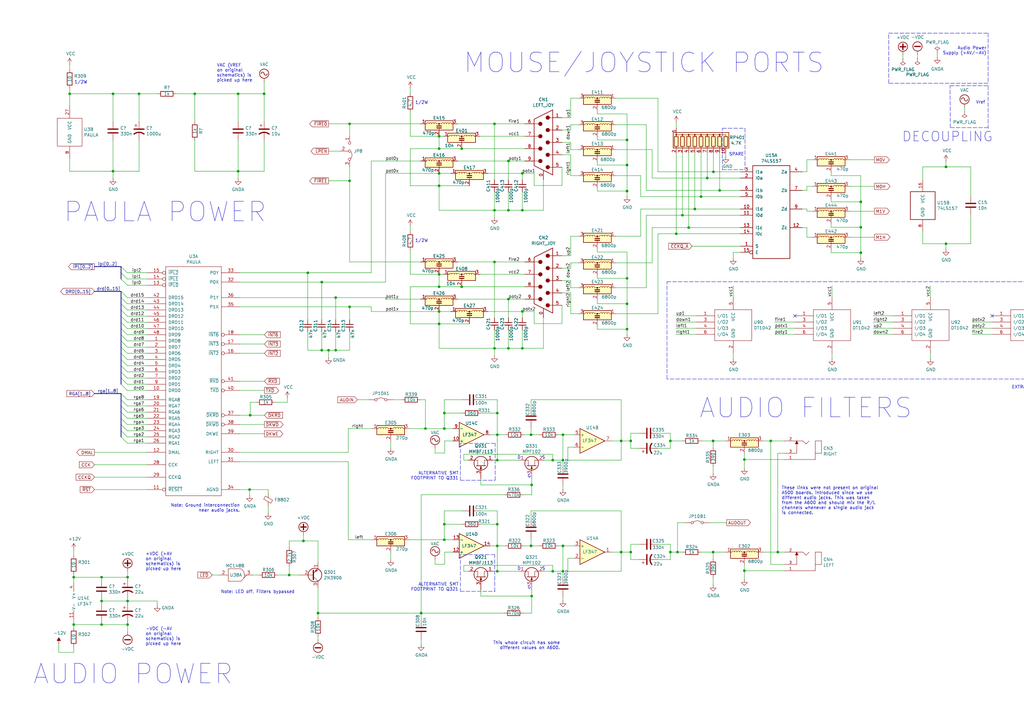
<source format=kicad_sch>
(kicad_sch (version 20250114) (generator "eeschema") (generator_version "9.0")
  (paper "A3")
  (title_block (title "Rämixx500") (date "2021-05-22") (rev "1") (company "SukkoPera") (comment 1 "PAULA PREFERS THE TRADITIONAL MODES") (comment 4 "Licensed under CC BY-NC-SA 4.0"))
  (text "S" (at 223.647 234.061 0) (effects (font (size 1.27 1.27)) (justify right bottom)))
  (text "DECOUPLING" (at 407.289 58.547 0) (effects (font (size 3.9878 3.9878)) (justify right bottom)))
  (text "Note: LED off, Filters bypassed" (at 120.904 243.586 0) (effects (font (size 1.27 1.27)) (justify right bottom)))
  (text "AUDIO POWER" (at 13.335 281.305 0) (effects (font (size 8.001 8.001)) (justify left bottom)))
  (text "ALTERNATIVE SMT\nFOOTPRINT TO Q331" (at 188.087 196.977 0) (effects (font (size 1.27 1.27)) (justify right bottom)))
  (text "Vref" (at 404.114 42.799 0) (effects (font (size 1.27 1.27)) (justify right bottom)))
  (text "1/2W" (at 30.48 34.544 0) (effects (font (size 1.27 1.27)) (justify left bottom)))
  (text "VAC (VREF\non original\nschematics) is\npicked up here" (at 88.9 33.782 0) (effects (font (size 1.27 1.27)) (justify left bottom)))
  (text "G" (at 217.805 241.681 0) (effects (font (size 1.27 1.27)) (justify right bottom)))
  (text "These links were not present on original\nA500 boards. introduced since we use\ndifferent audio jacks. This was taken\nfrom the A600 and should mix the R/L\nchannels whenever a single audio jack\nis connected." (at 320.548 211.201 0) (effects (font (size 1.27 1.27)) (justify left bottom)))
  (text "Audio Power\nSupply (+AV/-AV)" (at 404.622 22.606 0) (effects (font (size 1.27 1.27)) (justify right bottom)))
  (text "1/2W" (at 175.641 42.926 0) (effects (font (size 1.27 1.27)) (justify right bottom)))
  (text "SPARE" (at 305.181 64.135 0) (effects (font (size 1.27 1.27)) (justify right bottom)))
  (text "S" (at 223.647 188.468 0) (effects (font (size 1.27 1.27)) (justify right bottom)))
  (text "+VDC (+AV\non original\nschematics) is\npicked up here" (at 59.69 234.188 0) (effects (font (size 1.27 1.27)) (justify left bottom)))
  (text "EXTRA TVS DIODES FOR\nESD PROTECTION" (at 437.515 161.671 0) (effects (font (size 1.27 1.27)) (justify right bottom)))
  (text "-VDC (-AV\non original\nschematics) is\npicked up here" (at 59.69 264.922 0) (effects (font (size 1.27 1.27)) (justify left bottom)))
  (text "This whole circuit has some\ndifferent values on A600." (at 229.743 266.573 0) (effects (font (size 1.27 1.27)) (justify right bottom)))
  (text "D" (at 213.614 188.468 0) (effects (font (size 1.27 1.27)) (justify right bottom)))
  (text "PAULA POWER" (at 25.908 91.821 0) (effects (font (size 8.001 8.001)) (justify left bottom)))
  (text "AUDIO FILTERS" (at 374.396 172.212 0) (effects (font (size 8.001 8.001)) (justify right bottom)))
  (text "ALTERNATIVE SMT\nFOOTPRINT TO Q321" (at 188.087 242.57 0) (effects (font (size 1.27 1.27)) (justify right bottom)))
  (text "MOUSE/JOYSTICK PORTS" (at 338.328 30.607 0) (effects (font (size 8.001 8.001)) (justify right bottom)))
  (text "1/2W" (at 175.641 99.568 0) (effects (font (size 1.27 1.27)) (justify right bottom)))
  (text "Note: Ground interconnection\nnear audio jacks." (at 98.425 210.185 0) (effects (font (size 1.27 1.27)) (justify right bottom)))
  (text "G" (at 217.805 196.088 0) (effects (font (size 1.27 1.27)) (justify right bottom)))
  (text "D" (at 213.614 234.061 0) (effects (font (size 1.27 1.27)) (justify right bottom)))
  (junction (at 143.383 125.857))
  (junction (at 226.695 188.722))
  (junction (at 182.245 221.361))
  (junction (at 208.534 142.875))
  (junction (at 226.695 234.315))
  (junction (at 182.245 215.011))
  (junction (at 137.668 143.637))
  (junction (at 97.663 70.231))
  (junction (at 174.498 175.768))
  (junction (at 258.699 226.441))
  (junction (at 319.024 226.441))
  (junction (at 279.908 88.265))
  (junction (at 126.238 111.887))
  (junction (at 305.308 188.468))
  (junction (at 316.103 180.848))
  (junction (at 202.819 142.875))
  (junction (at 97.663 38.481))
  (junction (at 137.668 122.047))
  (junction (at 52.324 256.159))
  (junction (at 189.357 60.96))
  (junction (at 130.429 251.46))
  (junction (at 180.086 132.842))
  (junction (at 203.962 234.315))
  (junction (at 277.876 226.441))
  (junction (at 180.086 117.602))
  (junction (at 203.962 223.901))
  (junction (at 131.953 115.697))
  (junction (at 274.955 180.848))
  (junction (at 79.883 38.481))
  (junction (at 292.481 180.848))
  (junction (at 230.886 234.315))
  (junction (at 257.175 67.691))
  (junction (at 203.962 169.418))
  (junction (at 203.962 215.011))
  (junction (at 305.308 234.061))
  (junction (at 287.528 80.645))
  (junction (at 202.819 86.233))
  (junction (at 118.618 235.839))
  (junction (at 180.086 112.522))
  (junction (at 134.747 143.637))
  (junction (at 387.985 68.453))
  (junction (at 202.819 50.8))
  (junction (at 217.805 223.901))
  (junction (at 208.534 66.04))
  (junction (at 282.448 93.345))
  (junction (at 131.953 143.637))
  (junction (at 182.245 175.768))
  (junction (at 353.06 103.632))
  (junction (at 180.086 71.12))
  (junction (at 41.656 236.728))
  (junction (at 41.656 256.159))
  (junction (at 208.534 122.682))
  (junction (at 180.086 60.96))
  (junction (at 353.06 82.804))
  (junction (at 290.068 73.025))
  (junction (at 257.175 124.587))
  (junction (at 41.656 246.507))
  (junction (at 274.955 226.441))
  (junction (at 57.023 38.481))
  (junction (at 284.988 85.725))
  (junction (at 46.355 70.231))
  (junction (at 218.059 244.475))
  (junction (at 295.148 78.105))
  (junction (at 30.226 236.728))
  (junction (at 214.249 71.12))
  (junction (at 203.962 178.308))
  (junction (at 254.762 180.848))
  (junction (at 189.357 117.602))
  (junction (at 203.962 188.722))
  (junction (at 108.331 38.481))
  (junction (at 180.086 127.762))
  (junction (at 180.086 55.88))
  (junction (at 257.175 57.404))
  (junction (at 230.886 178.308))
  (junction (at 292.608 70.485))
  (junction (at 143.383 74.168))
  (junction (at 30.226 256.159))
  (junction (at 102.362 200.787))
  (junction (at 46.355 38.481))
  (junction (at 28.575 38.481))
  (junction (at 208.534 86.233))
  (junction (at 124.46 221.869))
  (junction (at 214.249 142.875))
  (junction (at 277.368 95.885))
  (junction (at 182.245 169.418))
  (junction (at 143.383 50.8))
  (junction (at 257.175 135.001))
  (junction (at 258.699 180.848))
  (junction (at 214.249 86.233))
  (junction (at 257.175 78.359))
  (junction (at 172.72 251.46))
  (junction (at 214.249 127.762))
  (junction (at 202.819 107.442))
  (junction (at 292.481 226.441))
  (junction (at 230.886 188.722))
  (junction (at 102.616 170.307))
  (junction (at 218.059 198.882))
  (junction (at 257.175 114.173))
  (junction (at 230.886 223.901))
  (junction (at 52.324 236.728))
  (junction (at 353.06 93.218))
  (junction (at 52.324 246.507))
  (junction (at 254.762 226.441))
  (junction (at 387.985 99.949))
  (junction (at 180.086 76.2))
  (junction (at 217.805 178.308))
  (no_connect (at 406.908 129.54))
  (no_connect (at 326.009 129.54))
  (bus_entry (at 49.657 174.117) (size 2.54 2.54))
  (bus_entry (at 49.657 176.657) (size 2.54 2.54))
  (bus_entry (at 49.657 132.207) (size 2.54 2.54))
  (bus_entry (at 49.657 124.587) (size 2.54 2.54))
  (bus_entry (at 49.657 134.747) (size 2.54 2.54))
  (bus_entry (at 49.657 166.497) (size 2.54 2.54))
  (bus_entry (at 49.657 149.987) (size 2.54 2.54))
  (bus_entry (at 49.657 179.197) (size 2.54 2.54))
  (bus_entry (at 49.657 111.887) (size 2.54 2.54))
  (bus_entry (at 49.657 122.047) (size 2.54 2.54))
  (bus_entry (at 49.657 161.417) (size 2.54 2.54))
  (bus_entry (at 49.657 114.427) (size 2.54 2.54))
  (bus_entry (at 49.657 169.037) (size 2.54 2.54))
  (bus_entry (at 49.657 155.067) (size 2.54 2.54))
  (bus_entry (at 49.657 157.607) (size 2.54 2.54))
  (bus_entry (at 49.657 119.507) (size 2.54 2.54))
  (bus_entry (at 49.657 129.667) (size 2.54 2.54))
  (bus_entry (at 49.657 139.827) (size 2.54 2.54))
  (bus_entry (at 49.657 137.287) (size 2.54 2.54))
  (bus_entry (at 49.657 147.447) (size 2.54 2.54))
  (bus_entry (at 49.657 163.957) (size 2.54 2.54))
  (bus_entry (at 49.657 142.367) (size 2.54 2.54))
  (bus_entry (at 49.657 144.907) (size 2.54 2.54))
  (bus_entry (at 49.657 127.127) (size 2.54 2.54))
  (bus_entry (at 49.657 152.527) (size 2.54 2.54))
  (bus_entry (at 49.657 171.577) (size 2.54 2.54))
  (bus_entry (at 49.657 109.347) (size 2.54 2.54))
  (wire (pts (xy 158.115 71.12) (xy 180.086 71.12)))
  (wire (pts (xy 287.528 62.611) (xy 287.528 80.645)))
  (wire (pts (xy 208.534 73.66) (xy 208.534 66.04)))
  (wire (pts (xy 340.868 81.534) (xy 340.868 82.804)))
  (wire (pts (xy 217.805 178.308) (xy 221.361 178.308)))
  (wire (pts (xy 295.148 78.105) (xy 303.657 78.105)))
  (wire (pts (xy 60.325 134.747) (xy 52.197 134.747)))
  (wire (pts (xy 143.383 143.637) (xy 137.668 143.637)))
  (wire (pts (xy 406.908 137.16) (xy 398.653 137.16)))
  (wire (pts (xy 244.983 57.404) (xy 257.175 57.404)))
  (wire (pts (xy 230.505 125.222) (xy 230.505 132.715)))
  (wire (pts (xy 300.736 147.193) (xy 300.736 144.78)))
  (polyline (pts (xy 188.849 242.57) (xy 203.073 242.57)) (stroke (width 0) (type dash)))
  (wire (pts (xy 353.06 93.218) (xy 353.06 103.632)))
  (wire (pts (xy 131.953 143.637) (xy 134.747 143.637)))
  (wire (pts (xy 126.238 131.064) (xy 126.238 111.887)))
  (wire (pts (xy 287.528 180.848) (xy 292.481 180.848)))
  (wire (pts (xy 182.245 209.55) (xy 182.245 215.011)))
  (wire (pts (xy 203.962 223.901) (xy 203.962 234.315)))
  (wire (pts (xy 52.324 246.507) (xy 64.516 246.507)))
  (wire (pts (xy 422.148 121.92) (xy 422.148 117.221)))
  (wire (pts (xy 137.668 143.637) (xy 137.668 136.144)))
  (wire (pts (xy 329.057 93.345) (xy 330.962 93.345)))
  (wire (pts (xy 168.275 76.2) (xy 168.275 60.96)))
  (wire (pts (xy 234.061 40.259) (xy 237.363 40.259)))
  (wire (pts (xy 28.575 38.481) (xy 28.575 43.434)))
  (polyline (pts (xy 273.558 115.57) (xy 438.785 115.57)) (stroke (width 0) (type dash)))
  (wire (pts (xy 109.982 210.439) (xy 109.982 207.518)))
  (wire (pts (xy 226.695 186.309) (xy 226.695 188.722)))
  (wire (pts (xy 230.886 223.901) (xy 235.331 223.901)))
  (wire (pts (xy 180.086 86.233) (xy 202.819 86.233)))
  (wire (pts (xy 234.061 107.823) (xy 237.363 107.823)))
  (wire (pts (xy 230.886 191.389) (xy 230.886 188.722)))
  (bus (pts (xy 49.657 144.907) (xy 49.657 147.447)))
  (wire (pts (xy 222.885 86.233) (xy 214.249 86.233)))
  (wire (pts (xy 197.231 163.957) (xy 203.962 163.957)))
  (wire (pts (xy 258.699 226.441) (xy 258.699 223.266)))
  (wire (pts (xy 108.331 70.231) (xy 97.663 70.231)))
  (wire (pts (xy 230.505 48.26) (xy 234.061 48.26)))
  (wire (pts (xy 234.061 61.341) (xy 237.363 61.341)))
  (wire (pts (xy 134.747 74.168) (xy 143.383 74.168)))
  (wire (pts (xy 168.275 102.616) (xy 168.275 112.522)))
  (wire (pts (xy 152.273 66.04) (xy 152.273 111.887)))
  (wire (pts (xy 142.875 189.357) (xy 142.875 221.361)))
  (bus (pts (xy 49.657 161.417) (xy 38.735 161.417)))
  (wire (pts (xy 277.876 214.376) (xy 280.924 214.376)))
  (wire (pts (xy 244.983 124.587) (xy 257.175 124.587)))
  (wire (pts (xy 168.275 92.71) (xy 168.275 94.996)))
  (wire (pts (xy 232.918 234.315) (xy 232.918 228.981)))
  (wire (pts (xy 41.656 255.27) (xy 41.656 256.159)))
  (wire (pts (xy 254.762 180.848) (xy 250.571 180.848)))
  (wire (pts (xy 330.962 76.454) (xy 333.248 76.454)))
  (wire (pts (xy 257.175 135.001) (xy 257.175 137.287)))
  (wire (pts (xy 230.886 178.308) (xy 230.886 188.722)))
  (wire (pts (xy 187.706 107.442) (xy 202.819 107.442)))
  (wire (pts (xy 28.575 65.024) (xy 28.575 70.231)))
  (wire (pts (xy 143.383 74.168) (xy 143.383 68.326)))
  (polyline (pts (xy 364.49 13.589) (xy 405.257 13.589)) (stroke (width 0) (type dash)))
  (wire (pts (xy 244.983 123.063) (xy 244.983 124.587)))
  (wire (pts (xy 230.505 53.34) (xy 234.061 53.34)))
  (wire (pts (xy 60.325 144.907) (xy 52.197 144.907)))
  (wire (pts (xy 232.918 228.981) (xy 235.331 228.981)))
  (wire (pts (xy 230.886 246.38) (xy 230.886 244.602)))
  (polyline (pts (xy 438.785 115.57) (xy 438.785 155.448)) (stroke (width 0) (type dash)))
  (wire (pts (xy 228.981 223.901) (xy 230.886 223.901)))
  (polyline (pts (xy 188.849 227.457) (xy 188.849 242.57)) (stroke (width 0) (type dash)))
  (wire (pts (xy 244.983 103.378) (xy 257.175 103.378)))
  (bus (pts (xy 49.657 152.527) (xy 49.657 155.067)))
  (wire (pts (xy 234.061 51.181) (xy 237.363 51.181)))
  (wire (pts (xy 57.023 38.481) (xy 64.643 38.481)))
  (wire (pts (xy 160.274 183.896) (xy 160.274 180.848)))
  (wire (pts (xy 180.086 55.88) (xy 180.086 60.96)))
  (wire (pts (xy 305.308 231.521) (xy 305.308 234.061)))
  (wire (pts (xy 230.505 76.073) (xy 219.075 76.073)))
  (wire (pts (xy 41.656 256.159) (xy 30.226 256.159)))
  (wire (pts (xy 274.955 229.489) (xy 269.875 229.489)))
  (bus (pts (xy 49.657 111.887) (xy 49.657 114.427)))
  (wire (pts (xy 292.481 180.848) (xy 297.688 180.848)))
  (wire (pts (xy 102.362 203.2) (xy 102.362 200.787)))
  (wire (pts (xy 222.885 130.302) (xy 222.885 142.875)))
  (wire (pts (xy 282.448 62.611) (xy 282.448 93.345)))
  (bus (pts (xy 49.657 119.507) (xy 38.735 119.507)))
  (wire (pts (xy 257.175 124.587) (xy 257.175 135.001)))
  (wire (pts (xy 182.245 163.957) (xy 182.245 169.418)))
  (wire (pts (xy 192.151 234.315) (xy 190.246 234.315)))
  (wire (pts (xy 102.362 200.787) (xy 109.982 200.787)))
  (wire (pts (xy 182.372 185.801) (xy 178.435 185.801)))
  (wire (pts (xy 292.481 194.31) (xy 292.481 191.262)))
  (wire (pts (xy 206.883 251.46) (xy 172.72 251.46)))
  (wire (pts (xy 180.086 76.2) (xy 192.532 76.2)))
  (wire (pts (xy 152.654 221.361) (xy 142.875 221.361)))
  (wire (pts (xy 277.876 226.441) (xy 277.876 214.376)))
  (wire (pts (xy 152.273 127.762) (xy 180.086 127.762)))
  (wire (pts (xy 202.819 50.8) (xy 215.265 50.8)))
  (wire (pts (xy 172.72 202.946) (xy 172.72 251.46)))
  (wire (pts (xy 161.29 163.957) (xy 164.846 163.957)))
  (wire (pts (xy 158.115 122.682) (xy 172.466 122.682)))
  (wire (pts (xy 329.057 70.485) (xy 330.962 70.485)))
  (wire (pts (xy 180.086 71.12) (xy 180.086 76.2)))
  (wire (pts (xy 366.395 129.54) (xy 358.14 129.54)))
  (wire (pts (xy 189.357 117.602) (xy 215.265 117.602)))
  (wire (pts (xy 326.009 134.62) (xy 317.754 134.62)))
  (wire (pts (xy 60.325 127.127) (xy 52.197 127.127)))
  (wire (pts (xy 262.763 96.901) (xy 262.763 85.725)))
  (wire (pts (xy 230.505 132.715) (xy 219.075 132.715)))
  (wire (pts (xy 203.962 178.308) (xy 203.962 188.722)))
  (wire (pts (xy 168.275 36.068) (xy 168.275 38.354)))
  (wire (pts (xy 244.983 45.339) (xy 244.983 46.736)))
  (wire (pts (xy 108.331 33.401) (xy 108.331 38.481)))
  (wire (pts (xy 60.325 116.967) (xy 52.197 116.967)))
  (wire (pts (xy 185.801 180.848) (xy 182.372 180.848)))
  (wire (pts (xy 340.868 82.804) (xy 353.06 82.804)))
  (bus (pts (xy 49.657 124.587) (xy 49.657 127.127)))
  (wire (pts (xy 277.876 226.441) (xy 279.908 226.441)))
  (wire (pts (xy 60.325 129.667) (xy 52.197 129.667)))
  (wire (pts (xy 202.819 130.302) (xy 202.819 107.442)))
  (wire (pts (xy 244.983 77.089) (xy 244.983 78.359)))
  (wire (pts (xy 203.962 209.55) (xy 203.962 215.011)))
  (wire (pts (xy 257.175 57.404) (xy 257.175 67.691)))
  (wire (pts (xy 41.656 236.728) (xy 41.656 237.871)))
  (wire (pts (xy 234.061 109.982) (xy 234.061 107.823)))
  (polyline (pts (xy 296.291 52.578) (xy 305.562 52.578)) (stroke (width 0) (type dash)))
  (wire (pts (xy 217.805 163.957) (xy 254.762 163.957)))
  (wire (pts (xy 230.505 104.902) (xy 234.061 104.902)))
  (wire (pts (xy 203.962 234.315) (xy 212.979 234.315)))
  (wire (pts (xy 137.668 122.047) (xy 98.425 122.047)))
  (wire (pts (xy 142.875 185.547) (xy 142.875 175.768)))
  (wire (pts (xy 214.503 202.946) (xy 218.059 202.946)))
  (wire (pts (xy 189.611 209.55) (xy 182.245 209.55)))
  (wire (pts (xy 305.308 192.024) (xy 305.308 188.468)))
  (wire (pts (xy 219.075 71.12) (xy 214.249 71.12)))
  (wire (pts (xy 258.699 229.489) (xy 262.255 229.489)))
  (wire (pts (xy 422.148 147.193) (xy 422.148 144.78)))
  (wire (pts (xy 230.886 234.315) (xy 226.695 234.315)))
  (wire (pts (xy 30.226 236.728) (xy 41.656 236.728)))
  (wire (pts (xy 319.024 226.441) (xy 321.691 226.441)))
  (wire (pts (xy 131.953 115.697) (xy 158.115 115.697)))
  (wire (pts (xy 180.086 76.2) (xy 180.086 86.233)))
  (wire (pts (xy 254.762 163.957) (xy 254.762 180.848)))
  (wire (pts (xy 46.355 73.279) (xy 46.355 70.231)))
  (wire (pts (xy 152.273 66.04) (xy 172.466 66.04)))
  (wire (pts (xy 222.885 142.875) (xy 214.249 142.875)))
  (wire (pts (xy 279.908 88.265) (xy 303.657 88.265)))
  (wire (pts (xy 190.246 188.722) (xy 190.246 186.309)))
  (wire (pts (xy 228.981 178.308) (xy 230.886 178.308)))
  (wire (pts (xy 274.955 177.673) (xy 274.955 180.848)))
  (polyline (pts (xy 296.291 69.596) (xy 305.562 69.596)) (stroke (width 0) (type dash)))
  (wire (pts (xy 305.308 234.061) (xy 321.691 234.061)))
  (wire (pts (xy 180.086 71.12) (xy 184.912 71.12)))
  (wire (pts (xy 206.883 202.946) (xy 172.72 202.946)))
  (wire (pts (xy 316.103 180.848) (xy 321.691 180.848)))
  (wire (pts (xy 52.324 236.728) (xy 52.324 237.871)))
  (wire (pts (xy 234.061 117.983) (xy 237.363 117.983)))
  (wire (pts (xy 208.534 86.233) (xy 202.819 86.233)))
  (wire (pts (xy 41.656 246.507) (xy 41.656 247.65)))
  (wire (pts (xy 208.534 142.875) (xy 202.819 142.875)))
  (wire (pts (xy 218.059 198.882) (xy 218.059 196.342)))
  (wire (pts (xy 292.608 62.611) (xy 292.608 70.485)))
  (wire (pts (xy 321.691 231.521) (xy 316.103 231.521)))
  (wire (pts (xy 265.049 117.983) (xy 265.049 88.265)))
  (wire (pts (xy 267.462 73.025) (xy 290.068 73.025)))
  (wire (pts (xy 168.275 117.602) (xy 180.086 117.602)))
  (wire (pts (xy 28.575 38.481) (xy 28.575 36.195)))
  (wire (pts (xy 321.691 185.928) (xy 319.024 185.928)))
  (wire (pts (xy 97.663 57.531) (xy 97.663 70.231)))
  (wire (pts (xy 60.325 181.737) (xy 52.197 181.737)))
  (wire (pts (xy 98.425 137.287) (xy 108.458 137.287)))
  (wire (pts (xy 203.962 169.418) (xy 203.962 178.308)))
  (bus (pts (xy 49.657 174.117) (xy 49.657 176.657)))
  (wire (pts (xy 282.448 93.345) (xy 303.657 93.345)))
  (bus (pts (xy 49.657 149.987) (xy 49.657 152.527)))
  (wire (pts (xy 269.875 95.885) (xy 277.368 95.885)))
  (wire (pts (xy 378.46 99.949) (xy 378.46 95.123)))
  (wire (pts (xy 72.263 38.481) (xy 79.883 38.481)))
  (wire (pts (xy 208.534 78.74) (xy 208.534 86.233)))
  (wire (pts (xy 130.429 221.869) (xy 130.429 230.759)))
  (wire (pts (xy 279.908 62.611) (xy 279.908 88.265)))
  (wire (pts (xy 168.275 45.974) (xy 168.275 55.88)))
  (wire (pts (xy 215.265 55.88) (xy 196.977 55.88)))
  (wire (pts (xy 230.886 200.787) (xy 230.886 199.009)))
  (wire (pts (xy 387.985 68.453) (xy 398.145 68.453)))
  (wire (pts (xy 97.663 70.231) (xy 79.883 70.231)))
  (wire (pts (xy 60.325 139.827) (xy 52.197 139.827)))
  (wire (pts (xy 257.175 46.736) (xy 257.175 57.404)))
  (wire (pts (xy 244.983 78.359) (xy 257.175 78.359)))
  (wire (pts (xy 254.762 234.315) (xy 232.918 234.315)))
  (wire (pts (xy 98.425 200.787) (xy 102.362 200.787)))
  (wire (pts (xy 284.988 85.725) (xy 303.657 85.725)))
  (wire (pts (xy 252.603 96.901) (xy 262.763 96.901)))
  (wire (pts (xy 234.061 58.42) (xy 234.061 61.341)))
  (wire (pts (xy 348.488 86.614) (xy 358.648 86.614)))
  (wire (pts (xy 366.395 134.62) (xy 358.14 134.62)))
  (wire (pts (xy 395.605 45.72) (xy 395.605 43.942)))
  (wire (pts (xy 60.325 166.497) (xy 52.197 166.497)))
  (wire (pts (xy 109.982 200.787) (xy 109.982 202.438)))
  (wire (pts (xy 234.061 128.651) (xy 237.363 128.651)))
  (wire (pts (xy 98.425 170.307) (xy 102.616 170.307)))
  (wire (pts (xy 258.699 226.441) (xy 258.699 229.489)))
  (wire (pts (xy 230.886 223.901) (xy 230.886 234.315)))
  (wire (pts (xy 60.325 124.587) (xy 52.197 124.587)))
  (wire (pts (xy 232.918 188.722) (xy 232.918 183.388)))
  (wire (pts (xy 158.115 122.682) (xy 158.115 122.047)))
  (wire (pts (xy 274.955 226.441) (xy 274.955 229.489)))
  (wire (pts (xy 230.505 115.062) (xy 234.061 115.062)))
  (wire (pts (xy 180.086 127.762) (xy 184.912 127.762)))
  (wire (pts (xy 158.115 122.047) (xy 137.668 122.047)))
  (wire (pts (xy 217.805 175.26) (xy 217.805 178.308)))
  (wire (pts (xy 214.249 142.875) (xy 214.249 135.382)))
  (wire (pts (xy 203.962 178.308) (xy 207.264 178.308)))
  (bus (pts (xy 49.657 166.497) (xy 49.657 169.037)))
  (wire (pts (xy 262.763 72.009) (xy 262.763 80.645)))
  (wire (pts (xy 197.231 196.342) (xy 197.231 198.882)))
  (wire (pts (xy 28.575 38.481) (xy 46.355 38.481)))
  (wire (pts (xy 134.747 61.976) (xy 139.573 61.976)))
  (wire (pts (xy 203.962 223.901) (xy 207.264 223.901)))
  (wire (pts (xy 217.805 213.233) (xy 217.805 209.55)))
  (wire (pts (xy 130.429 240.919) (xy 130.429 251.46)))
  (wire (pts (xy 60.325 111.887) (xy 52.197 111.887)))
  (wire (pts (xy 180.086 117.602) (xy 189.357 117.602)))
  (wire (pts (xy 217.805 220.853) (xy 217.805 223.901)))
  (wire (pts (xy 192.151 188.722) (xy 190.246 188.722)))
  (wire (pts (xy 348.488 97.282) (xy 358.648 97.282)))
  (wire (pts (xy 300.736 103.505) (xy 303.657 103.505)))
  (wire (pts (xy 60.325 149.987) (xy 52.197 149.987)))
  (wire (pts (xy 201.041 223.901) (xy 203.962 223.901)))
  (wire (pts (xy 117.856 164.973) (xy 117.856 163.195)))
  (wire (pts (xy 202.819 73.66) (xy 202.819 50.8)))
  (wire (pts (xy 285.496 137.16) (xy 277.241 137.16)))
  (wire (pts (xy 234.061 115.062) (xy 234.061 117.983)))
  (wire (pts (xy 182.372 231.394) (xy 178.435 231.394)))
  (wire (pts (xy 208.534 135.382) (xy 208.534 142.875)))
  (wire (pts (xy 312.928 226.441) (xy 319.024 226.441)))
  (polyline (pts (xy 405.257 52.324) (xy 389.763 52.324)) (stroke (width 0) (type dash)))
  (wire (pts (xy 284.988 62.611) (xy 284.988 85.725)))
  (polyline (pts (xy 405.257 13.589) (xy 405.257 34.163)) (stroke (width 0) (type dash)))
  (wire (pts (xy 182.245 175.768) (xy 185.801 175.768)))
  (wire (pts (xy 269.875 128.651) (xy 269.875 95.885)))
  (wire (pts (xy 197.231 244.475) (xy 218.059 244.475)))
  (wire (pts (xy 30.226 254.127) (xy 30.226 256.159)))
  (wire (pts (xy 330.962 86.614) (xy 333.248 86.614)))
  (wire (pts (xy 277.368 50.165) (xy 277.368 52.451)))
  (wire (pts (xy 252.603 51.181) (xy 265.049 51.181)))
  (wire (pts (xy 98.425 189.357) (xy 142.875 189.357)))
  (wire (pts (xy 300.736 105.918) (xy 300.736 103.505)))
  (wire (pts (xy 285.496 132.08) (xy 277.241 132.08)))
  (wire (pts (xy 190.246 234.315) (xy 190.246 231.902)))
  (wire (pts (xy 214.249 127.762) (xy 200.152 127.762)))
  (wire (pts (xy 38.735 195.707) (xy 60.325 195.707)))
  (wire (pts (xy 202.819 107.442) (xy 215.265 107.442)))
  (wire (pts (xy 168.275 60.96) (xy 180.086 60.96)))
  (wire (pts (xy 292.608 70.485) (xy 303.657 70.485)))
  (wire (pts (xy 340.868 103.632) (xy 353.06 103.632)))
  (bus (pts (xy 49.657 129.667) (xy 49.657 132.207)))
  (wire (pts (xy 41.656 256.159) (xy 52.324 256.159)))
  (wire (pts (xy 330.962 70.485) (xy 330.962 65.532)))
  (wire (pts (xy 46.355 70.231) (xy 28.575 70.231)))
  (wire (pts (xy 230.886 236.982) (xy 230.886 234.315)))
  (wire (pts (xy 252.603 117.983) (xy 265.049 117.983)))
  (wire (pts (xy 174.498 163.957) (xy 174.498 175.768)))
  (wire (pts (xy 89.789 235.839) (xy 86.995 235.839)))
  (wire (pts (xy 57.023 49.911) (xy 57.023 38.481)))
  (wire (pts (xy 98.425 115.697) (xy 131.953 115.697)))
  (wire (pts (xy 287.528 226.441) (xy 292.481 226.441)))
  (wire (pts (xy 312.928 180.848) (xy 316.103 180.848)))
  (wire (pts (xy 353.06 103.632) (xy 353.06 105.918)))
  (wire (pts (xy 232.918 183.388) (xy 235.331 183.388)))
  (wire (pts (xy 341.249 121.92) (xy 341.249 117.221)))
  (wire (pts (xy 143.383 107.442) (xy 143.383 74.168)))
  (polyline (pts (xy 273.558 155.448) (xy 273.558 115.57)) (stroke (width 0) (type dash)))
  (wire (pts (xy 60.325 132.207) (xy 52.197 132.207)))
  (wire (pts (xy 230.505 58.42) (xy 234.061 58.42)))
  (wire (pts (xy 38.735 185.547) (xy 60.325 185.547)))
  (wire (pts (xy 230.505 68.58) (xy 230.505 76.073)))
  (wire (pts (xy 98.425 160.147) (xy 108.458 160.147)))
  (wire (pts (xy 182.372 180.848) (xy 182.372 185.801)))
  (polyline (pts (xy 203.073 196.977) (xy 203.073 181.864)) (stroke (width 0) (type dash)))
  (wire (pts (xy 103.759 235.839) (xy 106.299 235.839)))
  (wire (pts (xy 46.355 38.481) (xy 46.355 49.911)))
  (wire (pts (xy 79.883 38.481) (xy 97.663 38.481)))
  (wire (pts (xy 130.429 253.365) (xy 130.429 251.46)))
  (wire (pts (xy 300.736 121.92) (xy 300.736 117.221)))
  (wire (pts (xy 98.425 141.097) (xy 108.458 141.097)))
  (wire (pts (xy 269.875 177.673) (xy 274.955 177.673)))
  (wire (pts (xy 219.075 132.715) (xy 219.075 127.762)))
  (wire (pts (xy 292.481 229.235) (xy 292.481 226.441)))
  (wire (pts (xy 230.505 109.982) (xy 234.061 109.982)))
  (wire (pts (xy 182.245 215.011) (xy 182.245 221.361)))
  (wire (pts (xy 105.156 164.973) (xy 102.616 164.973)))
  (wire (pts (xy 244.983 46.736) (xy 257.175 46.736)))
  (wire (pts (xy 143.383 125.857) (xy 98.425 125.857)))
  (wire (pts (xy 340.868 102.362) (xy 340.868 103.632)))
  (wire (pts (xy 234.061 96.901) (xy 237.363 96.901)))
  (wire (pts (xy 244.983 101.981) (xy 244.983 103.378)))
  (wire (pts (xy 41.656 245.491) (xy 41.656 246.507)))
  (wire (pts (xy 230.505 63.5) (xy 234.061 63.5)))
  (wire (pts (xy 202.311 188.722) (xy 203.962 188.722)))
  (wire (pts (xy 60.325 179.197) (xy 52.197 179.197)))
  (bus (pts (xy 49.657 134.747) (xy 49.657 137.287)))
  (wire (pts (xy 160.274 229.489) (xy 160.274 226.441)))
  (polyline (pts (xy 438.785 155.448) (xy 273.558 155.448)) (stroke (width 0) (type dash)))
  (wire (pts (xy 258.699 180.848) (xy 258.699 183.896)))
  (wire (pts (xy 98.425 185.547) (xy 142.875 185.547)))
  (wire (pts (xy 340.868 91.694) (xy 340.868 93.218)))
  (wire (pts (xy 143.383 107.442) (xy 172.466 107.442)))
  (wire (pts (xy 143.383 143.637) (xy 143.383 136.144)))
  (wire (pts (xy 208.534 122.682) (xy 215.265 122.682)))
  (wire (pts (xy 142.875 175.768) (xy 152.654 175.768)))
  (wire (pts (xy 219.075 127.762) (xy 214.249 127.762)))
  (wire (pts (xy 57.023 70.231) (xy 46.355 70.231)))
  (wire (pts (xy 277.368 62.611) (xy 277.368 95.885)))
  (wire (pts (xy 52.324 246.507) (xy 52.324 247.65)))
  (polyline (pts (xy 188.849 181.864) (xy 188.849 196.977)) (stroke (width 0) (type dash)))
  (wire (pts (xy 381.635 121.92) (xy 381.635 117.221)))
  (wire (pts (xy 60.325 147.447) (xy 52.197 147.447)))
  (wire (pts (xy 285.496 129.54) (xy 277.241 129.54)))
  (wire (pts (xy 215.265 112.522) (xy 196.977 112.522)))
  (wire (pts (xy 226.695 234.315) (xy 223.139 234.315)))
  (wire (pts (xy 137.668 131.064) (xy 137.668 122.047)))
  (wire (pts (xy 167.894 175.768) (xy 174.498 175.768)))
  (wire (pts (xy 158.115 115.697) (xy 158.115 71.12)))
  (wire (pts (xy 64.516 246.507) (xy 64.516 248.285)))
  (wire (pts (xy 187.706 122.682) (xy 208.534 122.682)))
  (bus (pts (xy 49.657 139.827) (xy 49.657 142.367)))
  (wire (pts (xy 143.383 55.626) (xy 143.383 50.8)))
  (wire (pts (xy 305.308 237.617) (xy 305.308 234.061)))
  (wire (pts (xy 38.735 200.787) (xy 60.325 200.787)))
  (wire (pts (xy 180.086 112.522) (xy 181.737 112.522)))
  (wire (pts (xy 152.273 125.857) (xy 143.383 125.857)))
  (wire (pts (xy 187.706 66.04) (xy 208.534 66.04)))
  (wire (pts (xy 118.618 221.869) (xy 124.46 221.869)))
  (wire (pts (xy 292.481 239.903) (xy 292.481 236.855)))
  (wire (pts (xy 118.618 224.536) (xy 118.618 221.869)))
  (wire (pts (xy 130.429 260.985) (xy 130.429 262.509)))
  (wire (pts (xy 267.462 61.341) (xy 267.462 73.025)))
  (wire (pts (xy 214.884 223.901) (xy 217.805 223.901)))
  (wire (pts (xy 254.762 180.848) (xy 254.762 188.722)))
  (wire (pts (xy 187.706 50.8) (xy 202.819 50.8)))
  (wire (pts (xy 406.908 132.08) (xy 398.653 132.08)))
  (wire (pts (xy 203.962 215.011) (xy 203.962 223.901)))
  (wire (pts (xy 168.275 112.522) (xy 180.086 112.522)))
  (polyline (pts (xy 203.073 181.864) (xy 188.849 181.864)) (stroke (width 0) (type dash)))
  (wire (pts (xy 218.059 251.46) (xy 218.059 244.475)))
  (wire (pts (xy 330.962 85.725) (xy 330.962 86.614)))
  (wire (pts (xy 60.325 157.607) (xy 52.197 157.607)))
  (wire (pts (xy 130.429 251.46) (xy 172.72 251.46)))
  (wire (pts (xy 326.009 137.16) (xy 317.754 137.16)))
  (bus (pts (xy 49.657 176.657) (xy 49.657 179.197)))
  (wire (pts (xy 305.308 188.468) (xy 321.691 188.468)))
  (wire (pts (xy 230.886 178.308) (xy 235.331 178.308)))
  (wire (pts (xy 234.061 53.34) (xy 234.061 51.181)))
  (wire (pts (xy 172.72 251.46) (xy 172.72 254.381)))
  (wire (pts (xy 330.962 93.345) (xy 330.962 97.282)))
  (wire (pts (xy 190.246 186.309) (xy 226.695 186.309)))
  (wire (pts (xy 234.061 104.902) (xy 234.061 96.901)))
  (wire (pts (xy 265.049 51.181) (xy 265.049 78.105)))
  (wire (pts (xy 97.663 38.481) (xy 108.331 38.481)))
  (wire (pts (xy 222.885 73.66) (xy 222.885 86.233)))
  (polyline (pts (xy 389.636 35.179) (xy 405.638 35.179)) (stroke (width 0) (type dash)))
  (wire (pts (xy 108.331 57.531) (xy 108.331 70.231)))
  (wire (pts (xy 202.819 142.875) (xy 202.819 135.382)))
  (wire (pts (xy 190.246 231.902) (xy 226.695 231.902)))
  (wire (pts (xy 244.983 66.421) (xy 244.983 67.691)))
  (wire (pts (xy 274.955 183.896) (xy 269.875 183.896)))
  (wire (pts (xy 131.953 131.064) (xy 131.953 115.697)))
  (wire (pts (xy 60.325 171.577) (xy 52.197 171.577)))
  (wire (pts (xy 381.635 147.193) (xy 381.635 144.78)))
  (wire (pts (xy 244.983 114.173) (xy 257.175 114.173)))
  (wire (pts (xy 97.663 38.481) (xy 97.663 49.911)))
  (wire (pts (xy 208.534 142.875) (xy 214.249 142.875)))
  (wire (pts (xy 189.357 60.96) (xy 215.265 60.96)))
  (bus (pts (xy 49.657 142.367) (xy 49.657 144.907)))
  (wire (pts (xy 98.425 174.117) (xy 108.458 174.117)))
  (wire (pts (xy 376.301 22.225) (xy 376.301 24.003)))
  (wire (pts (xy 52.324 256.159) (xy 52.324 255.27)))
  (wire (pts (xy 226.695 231.902) (xy 226.695 234.315)))
  (wire (pts (xy 60.325 176.657) (xy 52.197 176.657)))
  (wire (pts (xy 79.883 57.531) (xy 79.883 70.231)))
  (wire (pts (xy 180.086 132.842) (xy 168.275 132.842)))
  (wire (pts (xy 189.611 169.418) (xy 182.245 169.418)))
  (wire (pts (xy 41.656 246.507) (xy 52.324 246.507)))
  (wire (pts (xy 180.086 76.2) (xy 168.275 76.2)))
  (wire (pts (xy 244.983 67.691) (xy 257.175 67.691)))
  (wire (pts (xy 197.231 209.55) (xy 203.962 209.55)))
  (polyline (pts (xy 364.49 34.163) (xy 364.49 13.589)) (stroke (width 0) (type dash)))
  (wire (pts (xy 185.801 226.441) (xy 182.372 226.441)))
  (wire (pts (xy 98.425 144.907) (xy 108.458 144.907)))
  (wire (pts (xy 258.699 177.673) (xy 262.255 177.673)))
  (wire (pts (xy 348.488 76.454) (xy 358.648 76.454)))
  (wire (pts (xy 60.325 169.037) (xy 52.197 169.037)))
  (wire (pts (xy 252.603 128.651) (xy 269.875 128.651)))
  (wire (pts (xy 197.231 241.935) (xy 197.231 244.475)))
  (wire (pts (xy 217.805 167.64) (xy 217.805 163.957)))
  (wire (pts (xy 178.435 185.801) (xy 178.435 183.642)))
  (wire (pts (xy 378.46 68.453) (xy 387.985 68.453)))
  (wire (pts (xy 182.245 221.361) (xy 185.801 221.361)))
  (wire (pts (xy 202.311 234.315) (xy 203.962 234.315)))
  (wire (pts (xy 291.084 214.376) (xy 298.069 214.376)))
  (wire (pts (xy 180.086 127.762) (xy 180.086 132.842)))
  (wire (pts (xy 202.819 145.923) (xy 202.819 142.875)))
  (polyline (pts (xy 389.763 52.324) (xy 389.636 35.179)) (stroke (width 0) (type dash)))
  (wire (pts (xy 134.747 50.8) (xy 143.383 50.8)))
  (polyline (pts (xy 202.946 242.57) (xy 202.946 227.457)) (stroke (width 0) (type dash)))
  (wire (pts (xy 30.226 225.425) (xy 30.226 227.965)))
  (wire (pts (xy 202.819 89.281) (xy 202.819 86.233)))
  (polyline (pts (xy 405.257 34.163) (xy 364.49 34.163)) (stroke (width 0) (type dash)))
  (wire (pts (xy 269.875 70.485) (xy 292.608 70.485)))
  (wire (pts (xy 262.763 85.725) (xy 284.988 85.725)))
  (wire (pts (xy 244.983 135.001) (xy 257.175 135.001)))
  (wire (pts (xy 214.249 86.233) (xy 214.249 78.74)))
  (wire (pts (xy 319.024 185.928) (xy 319.024 226.441)))
  (wire (pts (xy 152.273 127.762) (xy 152.273 125.857)))
  (wire (pts (xy 52.324 259.207) (xy 52.324 256.159)))
  (wire (pts (xy 46.355 38.481) (xy 57.023 38.481)))
  (wire (pts (xy 326.009 132.08) (xy 317.754 132.08)))
  (wire (pts (xy 102.616 164.973) (xy 102.616 170.307)))
  (wire (pts (xy 257.175 114.173) (xy 257.175 124.587)))
  (wire (pts (xy 143.383 50.8) (xy 172.466 50.8)))
  (wire (pts (xy 197.231 198.882) (xy 218.059 198.882)))
  (wire (pts (xy 265.049 88.265) (xy 279.908 88.265)))
  (bus (pts (xy 49.657 171.577) (xy 49.657 174.117)))
  (bus (pts (xy 49.657 109.347) (xy 38.735 109.347)))
  (bus (pts (xy 49.657 127.127) (xy 49.657 129.667)))
  (wire (pts (xy 178.435 231.394) (xy 178.435 229.235)))
  (wire (pts (xy 378.46 73.533) (xy 378.46 68.453)))
  (wire (pts (xy 267.462 93.345) (xy 282.448 93.345)))
  (polyline (pts (xy 296.291 69.596) (xy 296.291 52.578)) (stroke (width 0) (type dash)))
  (wire (pts (xy 60.325 137.287) (xy 52.197 137.287)))
  (wire (pts (xy 387.985 99.949) (xy 387.985 102.235)))
  (wire (pts (xy 244.983 133.731) (xy 244.983 135.001)))
  (wire (pts (xy 262.763 80.645) (xy 287.528 80.645)))
  (wire (pts (xy 168.275 55.88) (xy 180.086 55.88)))
  (wire (pts (xy 219.075 76.073) (xy 219.075 71.12)))
  (wire (pts (xy 230.505 120.142) (xy 234.061 120.142)))
  (wire (pts (xy 189.611 163.957) (xy 182.245 163.957)))
  (wire (pts (xy 97.663 73.279) (xy 97.663 70.231)))
  (wire (pts (xy 172.72 264.287) (xy 172.72 262.001)))
  (bus (pts (xy 49.657 147.447) (xy 49.657 149.987)))
  (wire (pts (xy 134.747 146.685) (xy 134.747 143.637)))
  (wire (pts (xy 60.325 155.067) (xy 52.197 155.067)))
  (wire (pts (xy 214.503 251.46) (xy 218.059 251.46)))
  (wire (pts (xy 30.226 236.728) (xy 30.226 235.585)))
  (polyline (pts (xy 405.257 35.179) (xy 405.257 52.705)) (stroke (width 0) (type dash)))
  (wire (pts (xy 234.061 48.26) (xy 234.061 40.259)))
  (wire (pts (xy 98.425 177.927) (xy 108.458 177.927)))
  (wire (pts (xy 57.023 57.531) (xy 57.023 70.231)))
  (wire (pts (xy 60.325 152.527) (xy 52.197 152.527)))
  (wire (pts (xy 252.603 61.341) (xy 267.462 61.341)))
  (wire (pts (xy 234.061 120.142) (xy 234.061 128.651)))
  (wire (pts (xy 60.325 160.147) (xy 52.197 160.147)))
  (wire (pts (xy 174.498 175.768) (xy 182.245 175.768)))
  (wire (pts (xy 330.962 78.105) (xy 330.962 76.454)))
  (wire (pts (xy 214.249 130.302) (xy 214.249 127.762)))
  (wire (pts (xy 217.805 223.901) (xy 221.361 223.901)))
  (wire (pts (xy 295.148 62.611) (xy 295.148 78.105)))
  (bus (pts (xy 49.657 163.957) (xy 49.657 166.497)))
  (wire (pts (xy 60.325 122.047) (xy 52.197 122.047)))
  (wire (pts (xy 214.884 178.308) (xy 217.805 178.308)))
  (wire (pts (xy 208.534 66.04) (xy 215.265 66.04)))
  (wire (pts (xy 167.894 221.361) (xy 182.245 221.361)))
  (wire (pts (xy 46.355 57.531) (xy 46.355 70.231)))
  (wire (pts (xy 252.603 72.009) (xy 262.763 72.009)))
  (wire (pts (xy 348.488 65.532) (xy 358.648 65.532)))
  (wire (pts (xy 214.249 71.12) (xy 200.152 71.12)))
  (wire (pts (xy 52.324 245.491) (xy 52.324 246.507)))
  (wire (pts (xy 384.429 23.495) (xy 384.429 21.717)))
  (bus (pts (xy 49.657 169.037) (xy 49.657 171.577)))
  (wire (pts (xy 265.049 78.105) (xy 295.148 78.105)))
  (wire (pts (xy 172.466 163.957) (xy 174.498 163.957)))
  (wire (pts (xy 202.819 86.233) (xy 202.819 78.74)))
  (wire (pts (xy 257.175 78.359) (xy 257.175 80.645)))
  (wire (pts (xy 60.325 163.957) (xy 52.197 163.957)))
  (wire (pts (xy 340.868 72.009) (xy 353.06 72.009)))
  (wire (pts (xy 180.086 142.875) (xy 202.819 142.875)))
  (wire (pts (xy 274.955 226.441) (xy 277.876 226.441)))
  (bus (pts (xy 49.657 119.507) (xy 49.657 122.047)))
  (wire (pts (xy 254.762 209.55) (xy 254.762 226.441)))
  (wire (pts (xy 274.955 223.266) (xy 274.955 226.441)))
  (wire (pts (xy 252.603 40.259) (xy 269.875 40.259)))
  (wire (pts (xy 257.175 103.378) (xy 257.175 114.173)))
  (wire (pts (xy 269.875 223.266) (xy 274.955 223.266)))
  (wire (pts (xy 290.068 62.611) (xy 290.068 73.025)))
  (wire (pts (xy 189.611 215.011) (xy 182.245 215.011)))
  (wire (pts (xy 60.325 114.427) (xy 52.197 114.427)))
  (wire (pts (xy 102.616 170.307) (xy 108.458 170.307)))
  (wire (pts (xy 366.395 132.08) (xy 358.14 132.08)))
  (wire (pts (xy 370.332 22.352) (xy 370.332 24.13)))
  (wire (pts (xy 366.395 137.16) (xy 358.14 137.16)))
  (polyline (pts (xy 202.946 227.457) (xy 188.722 227.457)) (stroke (width 0) (type dash)))
  (wire (pts (xy 254.762 226.441) (xy 250.571 226.441)))
  (wire (pts (xy 98.425 156.337) (xy 108.458 156.337)))
  (polyline (pts (xy 305.562 52.578) (xy 305.562 69.596)) (stroke (width 0) (type dash)))
  (wire (pts (xy 24.13 264.033) (xy 24.13 267.589)))
  (wire (pts (xy 406.908 134.62) (xy 398.653 134.62)))
  (wire (pts (xy 234.061 63.5) (xy 234.061 72.009)))
  (wire (pts (xy 197.231 215.011) (xy 203.962 215.011)))
  (wire (pts (xy 108.331 49.911) (xy 108.331 38.481)))
  (wire (pts (xy 244.983 112.903) (xy 244.983 114.173)))
  (wire (pts (xy 267.462 107.823) (xy 267.462 93.345)))
  (wire (pts (xy 30.226 267.589) (xy 30.226 265.176)))
  (wire (pts (xy 283.845 100.965) (xy 303.657 100.965)))
  (wire (pts (xy 292.481 183.642) (xy 292.481 180.848)))
  (wire (pts (xy 134.747 143.637) (xy 137.668 143.637)))
  (wire (pts (xy 218.059 244.475) (xy 218.059 241.935)))
  (wire (pts (xy 126.238 143.637) (xy 126.238 136.144)))
  (wire (pts (xy 113.919 235.839) (xy 118.618 235.839)))
  (wire (pts (xy 287.528 80.645) (xy 303.657 80.645)))
  (bus (pts (xy 49.657 109.347) (xy 49.657 111.887)))
  (wire (pts (xy 126.238 111.887) (xy 152.273 111.887)))
  (wire (pts (xy 252.603 107.823) (xy 267.462 107.823)))
  (wire (pts (xy 180.086 60.96) (xy 189.357 60.96)))
  (wire (pts (xy 254.762 188.722) (xy 232.918 188.722)))
  (wire (pts (xy 30.226 256.159) (xy 30.226 257.556)))
  (wire (pts (xy 258.699 180.848) (xy 258.699 177.673)))
  (wire (pts (xy 203.962 188.722) (xy 212.979 188.722)))
  (wire (pts (xy 340.868 70.612) (xy 340.868 72.009)))
  (wire (pts (xy 131.953 136.144) (xy 131.953 143.637)))
  (wire (pts (xy 203.962 163.957) (xy 203.962 169.418)))
  (bus (pts (xy 49.657 155.067) (xy 49.657 157.607)))
  (polyline (pts (xy 188.849 196.977) (xy 203.073 196.977)) (stroke (width 0) (type dash)))
  (wire (pts (xy 254.762 226.441) (xy 258.699 226.441)))
  (wire (pts (xy 258.699 223.266) (xy 262.255 223.266)))
  (wire (pts (xy 118.618 235.839) (xy 122.809 235.839)))
  (wire (pts (xy 226.695 188.722) (xy 223.139 188.722)))
  (wire (pts (xy 297.688 64.262) (xy 297.688 62.611)))
  (bus (pts (xy 49.657 161.417) (xy 49.657 163.957)))
  (wire (pts (xy 182.372 226.441) (xy 182.372 231.394)))
  (wire (pts (xy 274.955 180.848) (xy 274.955 183.896)))
  (wire (pts (xy 28.575 26.416) (xy 28.575 28.575)))
  (wire (pts (xy 353.06 82.804) (xy 353.06 93.218)))
  (wire (pts (xy 118.618 232.156) (xy 118.618 235.839)))
  (wire (pts (xy 329.057 85.725) (xy 330.962 85.725)))
  (wire (pts (xy 208.534 86.233) (xy 214.249 86.233)))
  (wire (pts (xy 124.46 221.869) (xy 130.429 221.869)))
  (wire (pts (xy 254.762 226.441) (xy 254.762 234.315)))
  (wire (pts (xy 234.061 72.009) (xy 237.363 72.009)))
  (wire (pts (xy 112.776 164.973) (xy 117.856 164.973)))
  (wire (pts (xy 60.325 174.117) (xy 52.197 174.117)))
  (wire (pts (xy 341.249 147.193) (xy 341.249 144.78)))
  (wire (pts (xy 180.086 112.522) (xy 180.086 117.602)))
  (wire (pts (xy 168.275 132.842) (xy 168.275 117.602)))
  (wire (pts (xy 197.231 169.418) (xy 203.962 169.418)))
  (wire (pts (xy 329.057 78.105) (xy 330.962 78.105)))
  (wire (pts (xy 98.425 111.887) (xy 126.238 111.887)))
  (wire (pts (xy 180.086 132.842) (xy 192.532 132.842)))
  (wire (pts (xy 38.735 190.627) (xy 60.325 190.627)))
  (wire (pts (xy 277.368 95.885) (xy 303.657 95.885)))
  (wire (pts (xy 244.983 56.261) (xy 244.983 57.404)))
  (wire (pts (xy 201.041 178.308) (xy 203.962 178.308)))
  (wire (pts (xy 79.883 38.481) (xy 79.883 49.911)))
  (wire (pts (xy 52.324 236.728) (xy 52.324 234.188)))
  (wire (pts (xy 180.086 132.842) (xy 180.086 142.875)))
  (wire (pts (xy 274.955 180.848) (xy 279.908 180.848)))
  (wire (pts (xy 398.145 99.949) (xy 387.985 99.949)))
  (wire (pts (xy 230.886 188.722) (xy 226.695 188.722)))
  (wire (pts (xy 214.249 73.66) (xy 214.249 71.12)))
  (bus (pts (xy 49.657 132.207) (xy 49.657 134.747)))
  (wire (pts (xy 182.245 169.418) (xy 182.245 175.768)))
  (bus (pts (xy 49.657 137.287) (xy 49.657 139.827)))
  (wire (pts (xy 387.985 66.167) (xy 387.985 68.453)))
  (wire (pts (xy 30.226 238.887) (xy 30.226 236.728)))
  (wire (pts (xy 257.175 67.691) (xy 257.175 78.359)))
  (wire (pts (xy 290.068 73.025) (xy 303.657 73.025)))
  (wire (pts (xy 398.145 88.011) (xy 398.145 99.949)))
  (wire (pts (xy 305.308 185.928) (xy 305.308 188.468)))
  (wire (pts (xy 316.103 231.521) (xy 316.103 180.848)))
  (wire (pts (xy 398.145 68.453) (xy 398.145 80.391)))
  (wire (pts (xy 254.762 180.848) (xy 258.699 180.848)))
  (wire (pts (xy 353.06 72.009) (xy 353.06 82.804)))
  (wire (pts (xy 143.383 131.064) (xy 143.383 125.857)))
  (wire (pts (xy 60.325 142.367) (xy 52.197 142.367)))
  (wire (pts (xy 146.558 163.957) (xy 151.13 163.957)))
  (wire (pts (xy 269.875 40.259) (xy 269.875 70.485)))
  (wire (pts (xy 41.656 236.728) (xy 52.324 236.728)))
  (wire (pts (xy 387.985 99.949) (xy 378.46 99.949)))
  (wire (pts (xy 330.962 65.532) (xy 333.248 65.532)))
  (wire (pts (xy 124.46 219.329) (xy 124.46 221.869)))
  (wire (pts (xy 330.962 97.282) (xy 333.248 97.282)))
  (wire (pts (xy 292.481 226.441) (xy 297.688 226.441)))
  (wire (pts (xy 285.496 134.62) (xy 277.241 134.62)))
  (wire (pts (xy 258.699 183.896) (xy 262.255 183.896)))
  (bus (pts (xy 49.657 122.047) (xy 49.657 124.587)))
  (wire (pts (xy 30.226 267.589) (xy 24.13 267.589)))
  (wire (pts (xy 180.086 55.88) (xy 181.737 55.88)))
  (wire (pts (xy 217.805 209.55) (xy 254.762 209.55)))
  (wire (pts (xy 208.534 130.302) (xy 208.534 122.682)))
  (wire (pts (xy 131.953 143.637) (xy 126.238 143.637)))
  (wire (pts (xy 218.059 202.946) (xy 218.059 198.882)))
  (wire (pts (xy 340.868 93.218) (xy 353.06 93.218)))
  (label "potx2" (at 214.249 127.762 0))
  (label "rga3" (at 59.182 176.657 180))
  (label "vcc1" (at 208.534 55.88 0))
  (label "ipl2" (at 54.102 111.887 0))
  (label "left" (at 148.971 221.361 180))
  (label "down1" (at 234.061 51.181 270))
  (label "vcc2" (at 381.635 117.221 270))
  (label "poty2" (at 208.534 122.682 0))
  (label "potx1" (at 214.122 71.12 0))
  (label "drd1" (at 59.182 157.607 180))
  (label "up2" (at 234.061 104.902 90))
  (label "fire1" (at 317.754 132.08 0))
  (label "vcc1" (at 341.249 117.221 270))
  (label "drd7" (at 59.182 142.367 180))
  (label "ipl[0..2]" (at 40.132 109.347 0))
  (label "drd0" (at 59.182 160.147 180))
  (label "right1" (at 234.061 71.882 90))
  (label "poty1" (at 208.534 66.04 0))
  (label "drd14" (at 59.182 124.587 180))
  (label "pot1y" (at 158.115 122.682 0))
  (label "rga8" (at 59.182 163.957 180))
  (label "drd10" (at 59.182 134.747 180))
  (label "drd3" (at 59.182 152.527 180))
  (label "pot0x" (at 158.115 71.12 0))
  (label "rga6" (at 59.182 169.037 180))
  (label "right" (at 148.971 175.768 180))
  (label "drd4" (at 59.182 149.987 180))
  (label "left2" (at 358.14 129.54 0))
  (label "drd9" (at 59.182 137.287 180))
  (label "left1" (at 277.241 134.62 0))
  (label "vcc2" (at 422.148 117.221 270))
  (label "rga4" (at 59.182 174.117 180))
  (label "down1" (at 277.241 132.08 0))
  (label "rga1" (at 59.182 181.737 180))
  (label "drd11" (at 59.182 132.207 180))
  (label "right2" (at 358.14 132.08 0))
  (label "drd13" (at 59.182 127.127 180))
  (label "down2" (at 358.14 137.16 0))
  (label "fire2" (at 398.653 137.16 0))
  (label "potx2" (at 398.653 132.08 0))
  (label "up1" (at 277.241 129.54 0))
  (label "potx1" (at 317.754 134.62 0))
  (label "drd6" (at 59.182 144.907 180))
  (label "drd15" (at 59.182 122.047 180))
  (label "drd[0..15]" (at 39.624 119.507 0))
  (label "pot0y" (at 158.115 66.04 0))
  (label "drd5" (at 59.182 147.447 180))
  (label "right2" (at 234.061 120.142 270))
  (label "rga5" (at 59.182 171.577 180))
  (label "drd2" (at 59.182 155.067 180))
  (label "rga[1..8]" (at 40.005 161.417 0))
  (label "rga7" (at 59.182 166.497 180))
  (label "ipl1" (at 54.102 114.427 0))
  (label "drd8" (at 59.182 139.827 180))
  (label "fire2" (at 208.534 107.442 0))
  (label "poty2" (at 398.653 134.62 0))
  (label "right1" (at 277.241 137.16 0))
  (label "vcc2" (at 208.534 112.522 0))
  (label "up2" (at 358.14 134.62 0))
  (label "poty1" (at 317.754 137.16 0))
  (label "fire1" (at 208.534 50.8 0))
  (label "down2" (at 234.061 107.823 270))
  (label "drd12" (at 59.182 129.667 180))
  (label "ipl0" (at 54.102 116.967 0))
  (label "up1" (at 234.061 48.26 90))
  (label "vcc1" (at 300.736 117.221 270))
  (label "pot1x" (at 158.115 127.762 0))
  (label "rga2" (at 59.182 179.197 180))
  (label "left2" (at 234.061 115.062 270))
  (label "left1" (at 234.061 58.42 270))
  (global_label "~{RST}" (shape input) (at 38.735 200.787 180) (property "Intersheetrefs" "${INTERSHEET_REFS}" (effects (hide yes))))
  (global_label "DRD[0..15]" (shape bidirectional) (at 38.735 119.507 180) (property "Intersheetrefs" "${INTERSHEET_REFS}" (effects (hide yes))))
  (global_label "~{INT2}" (shape input) (at 108.458 144.907 0) (property "Intersheetrefs" "${INTERSHEET_REFS}" (effects (hide yes))))
  (global_label "~{INT3}" (shape input) (at 108.458 141.097 0) (property "Intersheetrefs" "${INTERSHEET_REFS}" (effects (hide yes))))
  (global_label "~{IPL[0..2]}" (shape output) (at 38.735 109.347 180) (property "Intersheetrefs" "${INTERSHEET_REFS}" (effects (hide yes))))
  (global_label "RGA[1..8]" (shape input) (at 38.735 161.417 180) (property "Intersheetrefs" "${INTERSHEET_REFS}" (effects (hide yes))))
  (global_label "~{FIRE0}" (shape output) (at 134.747 50.8 180) (property "Intersheetrefs" "${INTERSHEET_REFS}" (effects (hide yes))))
  (global_label "M0V" (shape output) (at 358.648 65.532 0) (property "Intersheetrefs" "${INTERSHEET_REFS}" (effects (hide yes))))
  (global_label "CCK" (shape input) (at 38.735 190.627 180) (property "Intersheetrefs" "${INTERSHEET_REFS}" (effects (hide yes))))
  (global_label "~{RXD}" (shape input) (at 108.458 156.337 0) (property "Intersheetrefs" "${INTERSHEET_REFS}" (effects (hide yes))))
  (global_label "AUDIN" (shape input) (at 146.558 163.957 180) (property "Intersheetrefs" "${INTERSHEET_REFS}" (effects (hide yes))))
  (global_label "M0H" (shape output) (at 358.648 76.454 0) (property "Intersheetrefs" "${INTERSHEET_REFS}" (effects (hide yes))))
  (global_label "~{CCKQ_A}" (shape input) (at 283.845 100.965 180) (property "Intersheetrefs" "${INTERSHEET_REFS}" (effects (hide yes))))
  (global_label "DKWE" (shape output) (at 108.458 177.927 0) (property "Intersheetrefs" "${INTERSHEET_REFS}" (effects (hide yes))))
  (global_label "AUDOUT" (shape output) (at 298.069 214.376 0) (property "Intersheetrefs" "${INTERSHEET_REFS}" (effects (hide yes))))
  (global_label "~{FIRE1}" (shape output) (at 134.747 74.168 180) (property "Intersheetrefs" "${INTERSHEET_REFS}" (effects (hide yes))))
  (global_label "~{DKWD}" (shape output) (at 108.458 174.117 0) (property "Intersheetrefs" "${INTERSHEET_REFS}" (effects (hide yes))))
  (global_label "DMAL" (shape output) (at 38.735 185.547 180) (property "Intersheetrefs" "${INTERSHEET_REFS}" (effects (hide yes))))
  (global_label "CCKQ" (shape input) (at 38.735 195.707 180) (property "Intersheetrefs" "${INTERSHEET_REFS}" (effects (hide yes))))
  (global_label "~{LED}" (shape input) (at 86.995 235.839 180) (property "Intersheetrefs" "${INTERSHEET_REFS}" (effects (hide yes))))
  (global_label "M1H" (shape output) (at 358.648 97.282 0) (property "Intersheetrefs" "${INTERSHEET_REFS}" (effects (hide yes))))
  (global_label "~{INT6}" (shape input) (at 108.458 137.287 0) (property "Intersheetrefs" "${INTERSHEET_REFS}" (effects (hide yes))))
  (global_label "M1V" (shape output) (at 358.648 86.614 0) (property "Intersheetrefs" "${INTERSHEET_REFS}" (effects (hide yes))))
  (global_label "~{DKRD}" (shape input) (at 108.458 170.307 0) (property "Intersheetrefs" "${INTERSHEET_REFS}" (effects (hide yes))))
  (global_label "~{TXD}" (shape output) (at 108.458 160.147 0) (property "Intersheetrefs" "${INTERSHEET_REFS}" (effects (hide yes))))
  (global_label "~{LPEN}" (shape output) (at 134.747 61.976 180) (property "Intersheetrefs" "${INTERSHEET_REFS}" (effects (hide yes))))
  (symbol (lib_id "PAULA:PAULA") (at 79.375 143.637 0) (unit 1)
    (property "Reference" "U3" (at 79.375 105.156 0))
    (property "Value" "PAULA" (at 79.375 107.4674 0))
    (property "Footprint" "Package_DIP:DIP-48_W15.24mm_Socket_LongPads" (effects (hide yes)))
    (property "Datasheet" "DOCUMENTATION" (effects (hide yes)))
    (property "Section" "CUSTOM" (effects (hide yes)))
    (property "Required" "Y" (effects (hide yes)))
  )
  (symbol (lib_id "power:GND") (at 109.982 210.439 0) (unit 1)
    (property "Reference" "#PWR0130" (effects (hide yes)))
    (property "Value" "GND" (at 110.109 214.8332 0))
  )
  (symbol (lib_id "power:GNDA") (at 102.362 203.2 0) (unit 1)
    (property "Reference" "#PWR0131" (effects (hide yes)))
    (property "Value" "GNDA" (at 102.489 207.5942 0))
  )
  (symbol (lib_id "Device:Ferrite_Bead_Small") (at 109.982 204.978 0) (unit 1)
    (property "Reference" "FB802" (at 112.522 204.978 0) (effects (justify left)))
    (property "Value" "Ferrite_Bead_Small" (effects (hide yes)))
    (property "Footprint" "Raemixx500:Ferrite_Axial_L9.0mm_D3.2mm_P12.70mm" (effects (hide yes)))
    (property "EMI_FILTER_TYPE" "FERRITE" (effects (hide yes)))
    (property "Required" "Y" (effects (hide yes)))
  )
  (symbol (lib_id "db9_male_mountingholes:DB9_Male_MountingHoles") (at 222.885 58.42 180) (unit 1)
    (property "Reference" "CN1" (at 222.885 40.8432 0))
    (property "Value" "LEFT_JOY" (at 222.885 43.1546 0))
    (property "Footprint" "Raemixx500:DB_9M" (effects (hide yes)))
    (property "Section" "JOYSTICK" (effects (hide yes)))
  )
  (symbol (lib_id "Device:C_Small") (at 202.819 76.2 0) (unit 1)
    (property "Reference" "C411" (at 200.279 78.74 90) (effects (justify left)))
    (property "Value" "1000p" (at 204.089 83.312 90) (effects (justify left)))
    (property "Footprint" "Raemixx500:C_Axial_L9.0mm_D3.2mm_P12.70mm" (effects (hide yes)))
    (property "Cost" "0.083" (effects (hide yes)))
    (property "MFG Name" "AVX" (effects (hide yes)))
    (property "MFG Part Num" "SA101C102KAR" (effects (hide yes)))
  )
  (symbol (lib_id "Device:C_Small") (at 208.534 76.2 0) (unit 1)
    (property "Reference" "C413" (at 205.994 78.74 90) (effects (justify left)))
    (property "Value" "1000p" (at 209.677 83.312 90) (effects (justify left)))
    (property "Footprint" "Raemixx500:C_Axial_L9.0mm_D3.2mm_P12.70mm" (effects (hide yes)))
    (property "Cost" "0.083" (effects (hide yes)))
    (property "MFG Name" "AVX" (effects (hide yes)))
    (property "MFG Part Num" "SA101C102KAR" (effects (hide yes)))
  )
  (symbol (lib_id "Device:C_Small") (at 214.249 76.2 0) (unit 1)
    (property "Reference" "C412" (at 211.709 78.74 90) (effects (justify left)))
    (property "Value" "1000p" (at 215.646 83.312 90) (effects (justify left)))
    (property "Footprint" "Raemixx500:C_Axial_L9.0mm_D3.2mm_P12.70mm" (effects (hide yes)))
    (property "Cost" "0.083" (effects (hide yes)))
    (property "MFG Name" "AVX" (effects (hide yes)))
    (property "MFG Part Num" "SA101C102KAR" (effects (hide yes)))
  )
  (symbol (lib_id "power:GNDA") (at 384.429 23.495 0) (unit 1)
    (property "Reference" "#PWR0132" (effects (hide yes)))
    (property "Value" "GNDA" (at 384.429 28.321 0))
  )
  (symbol (lib_id "Device:EMI_Filter_LCL") (at 180.086 53.34 0) (unit 1)
    (property "Reference" "E415" (at 180.086 48.387 0))
    (property "Value" "470p" (at 175.768 54.61 0))
    (property "Footprint" "Raemixx500:EMI_Filter_Long" (effects (hide yes)))
    (property "Datasheet" "http://www.murata.com/~/media/webrenewal/support/library/catalog/products/emc/emifil/c31e.ashx?la=en-gb" (effects (hide yes)))
    (property "EMI_FILTER_TYPE" "W/FERRITE" (effects (hide yes)))
    (property "Cost" "0.233" (effects (hide yes)))
    (property "MFG Name" "MURATA" (effects (hide yes)))
    (property "MFG Part Num" "DSS1NB32A471Q91A" (effects (hide yes)))
  )
  (symbol (lib_id "Device:EMI_Filter_LCL") (at 189.357 58.42 0) (unit 1)
    (property "Reference" "E401" (at 189.357 53.594 0))
    (property "Value" "10n" (at 184.277 59.69 0))
    (property "Footprint" "Raemixx500:EMI_Filter_Long" (effects (hide yes)))
    (property "Datasheet" "http://www.murata.com/~/media/webrenewal/support/library/catalog/products/emc/emifil/c31e.ashx?la=en-gb" (effects (hide yes)))
    (property "EMI_FILTER_TYPE" "W/FERRITE" (effects (hide yes)))
    (property "Section" "JOYSTICK" (effects (hide yes)))
    (property "Cost" "0.234" (effects (hide yes)))
    (property "MFG Name" "MURATA" (effects (hide yes)))
    (property "MFG Part Num" "DSS1NB32A103Q91A" (effects (hide yes)))
  )
  (symbol (lib_id "Device:EMI_Filter_LCL") (at 180.086 68.58 0) (unit 1)
    (property "Reference" "E416" (at 180.086 63.627 0))
    (property "Value" "470p" (at 175.514 69.723 0))
    (property "Footprint" "Raemixx500:EMI_Filter_Long" (effects (hide yes)))
    (property "Datasheet" "http://www.murata.com/~/media/webrenewal/support/library/catalog/products/emc/emifil/c31e.ashx?la=en-gb" (effects (hide yes)))
    (property "EMI_FILTER_TYPE" "W/FERRITE" (effects (hide yes)))
    (property "Cost" "0.233" (effects (hide yes)))
    (property "MFG Name" "MURATA" (effects (hide yes)))
    (property "MFG Part Num" "DSS1NB32A471Q91A" (effects (hide yes)))
  )
  (symbol (lib_id "Device:EMI_Filter_LCL") (at 192.532 73.66 0) (unit 1)
    (property "Reference" "E417" (at 192.532 68.707 0))
    (property "Value" "470p" (at 188.087 74.803 0))
    (property "Footprint" "Raemixx500:EMI_Filter_Long" (effects (hide yes)))
    (property "Datasheet" "http://www.murata.com/~/media/webrenewal/support/library/catalog/products/emc/emifil/c31e.ashx?la=en-gb" (effects (hide yes)))
    (property "EMI_FILTER_TYPE" "W/FERRITE" (effects (hide yes)))
    (property "Cost" "0.233" (effects (hide yes)))
    (property "MFG Name" "MURATA" (effects (hide yes)))
    (property "MFG Part Num" "DSS1NB32A471Q91A" (effects (hide yes)))
  )
  (symbol (lib_id "Device:R") (at 168.275 42.164 0) (unit 1)
    (property "Reference" "R401" (at 165.862 44.704 90) (effects (justify left)))
    (property "Value" "4.7" (at 168.275 43.815 90) (effects (justify left)))
    (property "Footprint" "Resistor_THT:R_Axial_DIN0309_L9.0mm_D3.2mm_P15.24mm_Horizontal" (effects (hide yes)))
  )
  (symbol (lib_id "power:VCC") (at 168.275 36.068 0) (unit 1)
    (property "Reference" "#PWR0134" (effects (hide yes)))
    (property "Value" "VCC" (at 168.7068 31.6738 0))
  )
  (symbol (lib_id "Jumper_3_Bridged23:Jumper_3_Bridged23") (at 143.383 61.976 270) (unit 1)
    (property "Reference" "JP8" (at 145.0848 61.976 90) (effects (justify left)))
    (property "Value" "Jumper_3_Bridged23" (effects (hide yes)))
    (property "Footprint" "Raemixx500:Jumper3-Bridged23" (effects (hide yes)))
    (property "MFG Name" "SKIP" (effects (hide yes)))
    (property "MFG Part Num" "SKIP" (effects (hide yes)))
    (property "Section" "JMP" (effects (hide yes)))
  )
  (symbol (lib_id "db9_male_mountingholes:DB9_Male_MountingHoles") (at 222.885 115.062 180) (unit 1)
    (property "Reference" "CN2" (at 222.885 97.4852 0))
    (property "Value" "RIGHT_JOY" (at 222.885 99.7966 0))
    (property "Footprint" "Raemixx500:DB_9M" (effects (hide yes)))
    (property "Section" "JOYSTICK" (effects (hide yes)))
  )
  (symbol (lib_id "Device:C_Small") (at 202.819 132.842 0) (unit 1)
    (property "Reference" "C421" (at 200.279 135.382 90) (effects (justify left)))
    (property "Value" "1000p" (at 204.089 139.954 90) (effects (justify left)))
    (property "Footprint" "Raemixx500:C_Axial_L9.0mm_D3.2mm_P12.70mm" (effects (hide yes)))
    (property "Cost" "0.083" (effects (hide yes)))
    (property "MFG Name" "AVX" (effects (hide yes)))
    (property "MFG Part Num" "SA101C102KAR" (effects (hide yes)))
  )
  (symbol (lib_id "Device:C_Small") (at 208.534 132.842 0) (unit 1)
    (property "Reference" "C423" (at 205.994 135.382 90) (effects (justify left)))
    (property "Value" "1000p" (at 209.677 139.954 90) (effects (justify left)))
    (property "Footprint" "Raemixx500:C_Axial_L9.0mm_D3.2mm_P12.70mm" (effects (hide yes)))
    (property "Cost" "0.083" (effects (hide yes)))
    (property "MFG Name" "AVX" (effects (hide yes)))
    (property "MFG Part Num" "SA101C102KAR" (effects (hide yes)))
  )
  (symbol (lib_id "Device:C_Small") (at 214.249 132.842 0) (unit 1)
    (property "Reference" "C422" (at 211.709 135.382 90) (effects (justify left)))
    (property "Value" "1000p" (at 215.646 139.954 90) (effects (justify left)))
    (property "Footprint" "Raemixx500:C_Axial_L9.0mm_D3.2mm_P12.70mm" (effects (hide yes)))
    (property "Cost" "0.083" (effects (hide yes)))
    (property "MFG Name" "AVX" (effects (hide yes)))
    (property "MFG Part Num" "SA101C102KAR" (effects (hide yes)))
  )
  (symbol (lib_id "Device:EMI_Filter_LCL") (at 180.086 109.982 0) (unit 1)
    (property "Reference" "E425" (at 180.086 105.029 0))
    (property "Value" "470p" (at 175.514 111.125 0))
    (property "Footprint" "Raemixx500:EMI_Filter_Long" (effects (hide yes)))
    (property "Datasheet" "http://www.murata.com/~/media/webrenewal/support/library/catalog/products/emc/emifil/c31e.ashx?la=en-gb" (effects (hide yes)))
    (property "EMI_FILTER_TYPE" "W/FERRITE" (effects (hide yes)))
    (property "Cost" "0.233" (effects (hide yes)))
    (property "MFG Name" "MURATA" (effects (hide yes)))
    (property "MFG Part Num" "DSS1NB32A471Q91A" (effects (hide yes)))
  )
  (symbol (lib_id "Device:EMI_Filter_LCL") (at 189.357 115.062 0) (unit 1)
    (property "Reference" "E408" (at 189.357 110.236 0))
    (property "Value" "10n" (at 184.912 116.332 0))
    (property "Footprint" "Raemixx500:EMI_Filter_Long" (effects (hide yes)))
    (property "Datasheet" "http://www.murata.com/~/media/webrenewal/support/library/catalog/products/emc/emifil/c31e.ashx?la=en-gb" (effects (hide yes)))
    (property "EMI_FILTER_TYPE" "W/FERRITE" (effects (hide yes)))
    (property "Section" "JOYSTICK" (effects (hide yes)))
    (property "Cost" "0.234" (effects (hide yes)))
    (property "MFG Name" "MURATA" (effects (hide yes)))
    (property "MFG Part Num" "DSS1NB32A103Q91A" (effects (hide yes)))
  )
  (symbol (lib_id "Device:EMI_Filter_LCL") (at 180.086 125.222 0) (unit 1)
    (property "Reference" "E426" (at 180.086 120.269 0))
    (property "Value" "470p" (at 175.387 126.365 0))
    (property "Footprint" "Raemixx500:EMI_Filter_Long" (effects (hide yes)))
    (property "Datasheet" "http://www.murata.com/~/media/webrenewal/support/library/catalog/products/emc/emifil/c31e.ashx?la=en-gb" (effects (hide yes)))
    (property "EMI_FILTER_TYPE" "W/FERRITE" (effects (hide yes)))
    (property "Cost" "0.233" (effects (hide yes)))
    (property "MFG Name" "MURATA" (effects (hide yes)))
    (property "MFG Part Num" "DSS1NB32A471Q91A" (effects (hide yes)))
  )
  (symbol (lib_id "Device:EMI_Filter_LCL") (at 192.532 130.302 0) (unit 1)
    (property "Reference" "E427" (at 192.532 125.349 0))
    (property "Value" "470p" (at 187.96 131.445 0))
    (property "Footprint" "Raemixx500:EMI_Filter_Long" (effects (hide yes)))
    (property "Datasheet" "http://www.murata.com/~/media/webrenewal/support/library/catalog/products/emc/emifil/c31e.ashx?la=en-gb" (effects (hide yes)))
    (property "EMI_FILTER_TYPE" "W/FERRITE" (effects (hide yes)))
    (property "Cost" "0.233" (effects (hide yes)))
    (property "MFG Name" "MURATA" (effects (hide yes)))
    (property "MFG Part Num" "DSS1NB32A471Q91A" (effects (hide yes)))
  )
  (symbol (lib_id "Device:R") (at 168.275 98.806 0) (unit 1)
    (property "Reference" "R408" (at 165.862 101.346 90) (effects (justify left)))
    (property "Value" "4.7" (at 168.275 100.457 90) (effects (justify left)))
    (property "Footprint" "Resistor_THT:R_Axial_DIN0309_L9.0mm_D3.2mm_P15.24mm_Horizontal" (effects (hide yes)))
  )
  (symbol (lib_id "power:VCC") (at 168.275 92.71 0) (unit 1)
    (property "Reference" "#PWR0135" (effects (hide yes)))
    (property "Value" "VCC" (at 168.7068 88.3158 0))
  )
  (symbol (lib_id "Device:EMI_Filter_LCL") (at 244.983 42.799 0) (mirror y) (unit 1)
    (property "Reference" "E411" (at 244.983 37.846 0))
    (property "Value" "6800p" (at 249.682 44.069 0))
    (property "Footprint" "Raemixx500:EMI_Filter_Long" (effects (hide yes)))
    (property "Datasheet" "http://www.murata.com/~/media/webrenewal/support/library/catalog/products/emc/emifil/c31e.ashx?la=en-gb" (effects (hide yes)))
    (property "EMI_FILTER_TYPE" "W/FERRITE" (effects (hide yes)))
    (property "Section" "JOYSTICK" (effects (hide yes)))
    (property "Cost" "0.233" (effects (hide yes)))
    (property "MFG Name" "MURATA" (effects (hide yes)))
    (property "MFG Part Num" "DSS1NB32A682Q91A" (effects (hide yes)))
  )
  (symbol (lib_id "Device:EMI_Filter_LCL") (at 244.983 53.721 0) (mirror y) (unit 1)
    (property "Reference" "E412" (at 244.983 48.895 0))
    (property "Value" "6800p" (at 249.809 54.991 0))
    (property "Footprint" "Raemixx500:EMI_Filter_Long" (effects (hide yes)))
    (property "Datasheet" "http://www.murata.com/~/media/webrenewal/support/library/catalog/products/emc/emifil/c31e.ashx?la=en-gb" (effects (hide yes)))
    (property "EMI_FILTER_TYPE" "W/FERRITE" (effects (hide yes)))
    (property "Section" "JOYSTICK" (effects (hide yes)))
    (property "Cost" "0.233" (effects (hide yes)))
    (property "MFG Name" "MURATA" (effects (hide yes)))
    (property "MFG Part Num" "DSS1NB32A682Q91A" (effects (hide yes)))
  )
  (symbol (lib_id "Device:EMI_Filter_LCL") (at 244.983 63.881 0) (mirror y) (unit 1)
    (property "Reference" "E413" (at 244.983 58.928 0))
    (property "Value" "6800p" (at 249.301 65.405 0))
    (property "Footprint" "Raemixx500:EMI_Filter_Long" (effects (hide yes)))
    (property "Datasheet" "http://www.murata.com/~/media/webrenewal/support/library/catalog/products/emc/emifil/c31e.ashx?la=en-gb" (effects (hide yes)))
    (property "EMI_FILTER_TYPE" "W/FERRITE" (effects (hide yes)))
    (property "Section" "JOYSTICK" (effects (hide yes)))
    (property "Cost" "0.233" (effects (hide yes)))
    (property "MFG Name" "MURATA" (effects (hide yes)))
    (property "MFG Part Num" "DSS1NB32A682Q91A" (effects (hide yes)))
  )
  (symbol (lib_id "Device:EMI_Filter_LCL") (at 244.983 74.549 0) (mirror y) (unit 1)
    (property "Reference" "E414" (at 244.983 69.596 0))
    (property "Value" "6800p" (at 249.301 75.946 0))
    (property "Footprint" "Raemixx500:EMI_Filter_Long" (effects (hide yes)))
    (property "Datasheet" "http://www.murata.com/~/media/webrenewal/support/library/catalog/products/emc/emifil/c31e.ashx?la=en-gb" (effects (hide yes)))
    (property "EMI_FILTER_TYPE" "W/FERRITE" (effects (hide yes)))
    (property "Section" "JOYSTICK" (effects (hide yes)))
    (property "Cost" "0.233" (effects (hide yes)))
    (property "MFG Name" "MURATA" (effects (hide yes)))
    (property "MFG Part Num" "DSS1NB32A682Q91A" (effects (hide yes)))
  )
  (symbol (lib_id "74ls157:74LS157") (at 316.357 85.725 0) (unit 1)
    (property "Reference" "U15" (at 316.357 63.7032 0))
    (property "Value" "74LS157" (at 316.357 66.0146 0))
    (property "Footprint" "Package_DIP:DIP-16_W7.62mm_Socket_LongPads" (effects (hide yes)))
    (property "Datasheet" "http://www.ti.com/lit/gpn/sn74LS157" (effects (hide yes)))
    (property "Section" "JOYSTICK" (effects (hide yes)))
    (property "Cost" "0.236" (effects (hide yes)))
    (property "MFG Name" "TI" (effects (hide yes)))
    (property "MFG Part Num" "SN74HCT157NE4" (effects (hide yes)))
  )
  (symbol (lib_id "Device:EMI_Filter_LCL") (at 244.983 99.441 0) (mirror y) (unit 1)
    (property "Reference" "E421" (at 244.983 94.488 0))
    (property "Value" "6800p" (at 249.682 100.711 0))
    (property "Footprint" "Raemixx500:EMI_Filter_Long" (effects (hide yes)))
    (property "Datasheet" "http://www.murata.com/~/media/webrenewal/support/library/catalog/products/emc/emifil/c31e.ashx?la=en-gb" (effects (hide yes)))
    (property "EMI_FILTER_TYPE" "W/FERRITE" (effects (hide yes)))
    (property "Section" "JOYSTICK" (effects (hide yes)))
    (property "Cost" "0.233" (effects (hide yes)))
    (property "MFG Name" "MURATA" (effects (hide yes)))
    (property "MFG Part Num" "DSS1NB32A682Q91A" (effects (hide yes)))
  )
  (symbol (lib_id "Device:EMI_Filter_LCL") (at 244.983 110.363 0) (mirror y) (unit 1)
    (property "Reference" "E422" (at 244.983 105.537 0))
    (property "Value" "6800p" (at 249.809 111.633 0))
    (property "Footprint" "Raemixx500:EMI_Filter_Long" (effects (hide yes)))
    (property "Datasheet" "http://www.murata.com/~/media/webrenewal/support/library/catalog/products/emc/emifil/c31e.ashx?la=en-gb" (effects (hide yes)))
    (property "EMI_FILTER_TYPE" "W/FERRITE" (effects (hide yes)))
    (property "Section" "JOYSTICK" (effects (hide yes)))
    (property "Cost" "0.233" (effects (hide yes)))
    (property "MFG Name" "MURATA" (effects (hide yes)))
    (property "MFG Part Num" "DSS1NB32A682Q91A" (effects (hide yes)))
  )
  (symbol (lib_id "Device:EMI_Filter_LCL") (at 244.983 120.523 0) (mirror y) (unit 1)
    (property "Reference" "E423" (at 244.983 115.57 0))
    (property "Value" "6800p" (at 249.809 121.793 0))
    (property "Footprint" "Raemixx500:EMI_Filter_Long" (effects (hide yes)))
    (property "Datasheet" "http://www.murata.com/~/media/webrenewal/support/library/catalog/products/emc/emifil/c31e.ashx?la=en-gb" (effects (hide yes)))
    (property "EMI_FILTER_TYPE" "W/FERRITE" (effects (hide yes)))
    (property "Section" "JOYSTICK" (effects (hide yes)))
    (property "Cost" "0.233" (effects (hide yes)))
    (property "MFG Name" "MURATA" (effects (hide yes)))
    (property "MFG Part Num" "DSS1NB32A682Q91A" (effects (hide yes)))
  )
  (symbol (lib_id "Device:EMI_Filter_LCL") (at 244.983 131.191 0) (mirror y) (unit 1)
    (property "Reference" "E424" (at 244.983 126.238 0))
    (property "Value" "6800p" (at 249.809 132.461 0))
    (property "Footprint" "Raemixx500:EMI_Filter_Long" (effects (hide yes)))
    (property "Datasheet" "http://www.murata.com/~/media/webrenewal/support/library/catalog/products/emc/emifil/c31e.ashx?la=en-gb" (effects (hide yes)))
    (property "EMI_FILTER_TYPE" "W/FERRITE" (effects (hide yes)))
    (property "Section" "JOYSTICK" (effects (hide yes)))
    (property "Cost" "0.233" (effects (hide yes)))
    (property "MFG Name" "MURATA" (effects (hide yes)))
    (property "MFG Part Num" "DSS1NB32A682Q91A" (effects (hide yes)))
  )
  (symbol (lib_id "power:GND") (at 300.736 105.918 0) (unit 1)
    (property "Reference" "#PWR0136" (effects (hide yes)))
    (property "Value" "GND" (at 300.863 110.3122 0))
  )
  (symbol (lib_id "power:GND") (at 257.175 137.287 0) (unit 1)
    (property "Reference" "#PWR0137" (effects (hide yes)))
    (property "Value" "GND" (at 257.302 141.6812 0))
  )
  (symbol (lib_id "power:GND") (at 257.175 80.645 0) (unit 1)
    (property "Reference" "#PWR0138" (effects (hide yes)))
    (property "Value" "GND" (at 257.302 85.0392 0))
  )
  (symbol (lib_id "PAULA:PAULA") (at 28.575 54.864 0) (unit 2)
    (property "Reference" "U3" (at 34.3662 53.0606 0) (effects (justify left)))
    (property "Value" "PAULA" (at 34.3662 55.372 0) (effects (justify left)))
    (property "Footprint" "Package_DIP:DIP-48_W15.24mm_Socket_LongPads" (effects (hide yes)))
    (property "Datasheet" "DOCUMENTATION" (effects (hide yes)))
    (property "Section" "CUSTOM" (effects (hide yes)))
    (property "Required" "Y" (effects (hide yes)))
  )
  (symbol (lib_id "power:GND") (at 202.819 89.281 0) (unit 1)
    (property "Reference" "#PWR0139" (effects (hide yes)))
    (property "Value" "GND" (at 202.946 93.6752 0))
  )
  (symbol (lib_id "power:GND") (at 202.819 145.923 0) (unit 1)
    (property "Reference" "#PWR0140" (effects (hide yes)))
    (property "Value" "GND" (at 202.946 150.3172 0))
  )
  (symbol (lib_id "Device:EMI_Filter_LCL") (at 340.868 68.072 0) (unit 1)
    (property "Reference" "E441" (at 340.868 63.119 0))
    (property "Value" "470p" (at 345.567 69.342 0))
    (property "Footprint" "Raemixx500:EMI_Filter_Long" (effects (hide yes)))
    (property "Datasheet" "http://www.murata.com/~/media/webrenewal/support/library/catalog/products/emc/emifil/c31e.ashx?la=en-gb" (effects (hide yes)))
    (property "EMI_FILTER_TYPE" "W/FERRITE" (effects (hide yes)))
    (property "Cost" "0.233" (effects (hide yes)))
    (property "MFG Name" "MURATA" (effects (hide yes)))
    (property "MFG Part Num" "DSS1NB32A471Q91A" (effects (hide yes)))
  )
  (symbol (lib_id "Device:EMI_Filter_LCL") (at 340.868 78.994 0) (unit 1)
    (property "Reference" "E443" (at 340.868 74.168 0))
    (property "Value" "470p" (at 345.567 80.264 0))
    (property "Footprint" "Raemixx500:EMI_Filter_Long" (effects (hide yes)))
    (property "Datasheet" "http://www.murata.com/~/media/webrenewal/support/library/catalog/products/emc/emifil/c31e.ashx?la=en-gb" (effects (hide yes)))
    (property "EMI_FILTER_TYPE" "W/FERRITE" (effects (hide yes)))
    (property "Cost" "0.233" (effects (hide yes)))
    (property "MFG Name" "MURATA" (effects (hide yes)))
    (property "MFG Part Num" "DSS1NB32A471Q91A" (effects (hide yes)))
  )
  (symbol (lib_id "Device:EMI_Filter_LCL") (at 340.868 89.154 0) (unit 1)
    (property "Reference" "E444" (at 340.868 84.201 0))
    (property "Value" "470p" (at 345.44 90.424 0))
    (property "Footprint" "Raemixx500:EMI_Filter_Long" (effects (hide yes)))
    (property "Datasheet" "http://www.murata.com/~/media/webrenewal/support/library/catalog/products/emc/emifil/c31e.ashx?la=en-gb" (effects (hide yes)))
    (property "EMI_FILTER_TYPE" "W/FERRITE" (effects (hide yes)))
    (property "Cost" "0.233" (effects (hide yes)))
    (property "MFG Name" "MURATA" (effects (hide yes)))
    (property "MFG Part Num" "DSS1NB32A471Q91A" (effects (hide yes)))
  )
  (symbol (lib_id "Device:EMI_Filter_LCL") (at 340.868 99.822 0) (unit 1)
    (property "Reference" "E442" (at 340.868 94.869 0))
    (property "Value" "470p" (at 345.44 101.219 0))
    (property "Footprint" "Raemixx500:EMI_Filter_Long" (effects (hide yes)))
    (property "Datasheet" "http://www.murata.com/~/media/webrenewal/support/library/catalog/products/emc/emifil/c31e.ashx?la=en-gb" (effects (hide yes)))
    (property "EMI_FILTER_TYPE" "W/FERRITE" (effects (hide yes)))
    (property "Cost" "0.233" (effects (hide yes)))
    (property "MFG Name" "MURATA" (effects (hide yes)))
    (property "MFG Part Num" "DSS1NB32A471Q91A" (effects (hide yes)))
  )
  (symbol (lib_id "power:GND") (at 353.06 105.918 0) (unit 1)
    (property "Reference" "#PWR0141" (effects (hide yes)))
    (property "Value" "GND" (at 353.187 110.3122 0))
  )
  (symbol (lib_id "Amplifier_Operational:TL084") (at 32.766 246.507 0) (unit 5)
    (property "Reference" "U14" (at 31.6992 245.3386 0) (effects (justify left)))
    (property "Value" "LF347" (at 31.6992 247.65 0) (effects (justify left)))
    (property "Footprint" "Package_DIP:DIP-14_W7.62mm_Socket_LongPads" (effects (hide yes)))
    (property "Datasheet" "http://www.ti.com/lit/ds/symlink/tl081.pdf" (effects (hide yes)))
    (property "Section" "AUDIO" (effects (hide yes)))
    (property "Cost" "0.58" (effects (hide yes)))
    (property "MFG Name" "TI" (effects (hide yes)))
    (property "MFG Part Num" "LF347N ???" (effects (hide yes)))
  )
  (symbol (lib_id "Device:R") (at 28.575 32.385 0) (unit 1)
    (property "Reference" "R309" (at 30.353 31.2166 0) (effects (justify left)))
    (property "Value" "10" (at 28.575 33.655 90) (effects (justify left)))
    (property "Footprint" "Resistor_THT:R_Axial_DIN0309_L9.0mm_D3.2mm_P15.24mm_Horizontal" (effects (hide yes)))
    (property "Required" "Y" (effects (hide yes)))
  )
  (symbol (lib_id "power:VCC") (at 28.575 26.416 0) (unit 1)
    (property "Reference" "#PWR0133" (effects (hide yes)))
    (property "Value" "VCC" (at 29.0068 22.0218 0))
  )
  (symbol (lib_id "Device:R_Network09") (at 287.528 57.531 0) (unit 1)
    (property "Reference" "RP401" (at 299.212 56.388 0) (effects (justify left)))
    (property "Value" "4.7K" (at 299.72 58.674 0) (effects (justify left)))
    (property "Footprint" "Resistor_THT:R_Array_SIP10" (effects (hide yes)))
    (property "Datasheet" "http://www.vishay.com/docs/31509/csc.pdf" (effects (hide yes)))
  )
  (symbol (lib_id "power:VCC") (at 277.368 50.165 0) (unit 1)
    (property "Reference" "#PWR0142" (effects (hide yes)))
    (property "Value" "VCC" (at 277.7998 45.7708 0))
  )
  (symbol (lib_id "Device:C") (at 46.355 53.721 0) (unit 1)
    (property "Reference" "C3" (at 49.276 52.5526 0) (effects (justify left)))
    (property "Value" "330n" (at 49.276 54.864 0) (effects (justify left)))
    (property "Footprint" "Raemixx500:C_Axial_L6.3mm_D2.5mm_P10.16mm" (effects (hide yes)))
    (property "MFG Name" "KEMET" (effects (hide yes)))
    (property "MFG Part Num" "C412C334M5U5TA" (effects (hide yes)))
    (property "Cost" "0.078" (effects (hide yes)))
    (property "Required" "R" (effects (hide yes)))
    (instances (project "" (path "" (reference "C?") (unit 1)) (path "" (reference "C3") (unit 1))))
  )
  (symbol (lib_id "Device:R") (at 68.453 38.481 270) (unit 1)
    (property "Reference" "R303" (at 68.453 35.941 90))
    (property "Value" "1k" (at 68.453 38.481 90))
    (property "Footprint" "Raemixx500:R_Axial_DIN0309_L9.0mm_D3.2mm_P12.70mm_Horizontal" (effects (hide yes)))
    (property "Required" "Y" (effects (hide yes)))
    (instances (project "" (path "" (reference "R?") (unit 1)) (path "" (reference "R303") (unit 1))))
  )
  (symbol (lib_id "Device:CP1") (at 57.023 53.721 0) (unit 1)
    (property "Reference" "C307" (at 59.944 52.5526 0) (effects (justify left)))
    (property "Value" "1000u" (at 59.944 54.864 0) (effects (justify left)))
    (property "Footprint" "Capacitor_THT:CP_Radial_D12.5mm_P5.00mm" (effects (hide yes)))
    (property "Cost" "0.343" (effects (hide yes)))
    (property "MFG Name" "PANASONIC" (effects (hide yes)))
    (property "MFG Part Num" "EEUFR1C102" (effects (hide yes)))
    (property "Required" "R" (effects (hide yes)))
    (instances (project "" (path "" (reference "C?") (unit 1)) (path "" (reference "C307") (unit 1))))
  )
  (symbol (lib_id "power:GND") (at 297.688 64.262 0) (unit 1)
    (property "Reference" "#PWR0143" (effects (hide yes)))
    (property "Value" "GND" (at 298.45 68.199 0))
  )
  (symbol (lib_id "Device:C_Small") (at 126.238 133.604 0) (unit 1)
    (property "Reference" "C312" (at 123.698 136.144 90) (effects (justify left)))
    (property "Value" "47n" (at 127.508 138.811 90) (effects (justify left)))
    (property "Footprint" "Raemixx500:C_Axial_L9.0mm_D3.2mm_P12.70mm" (effects (hide yes)))
    (property "Cost" "0.284" (effects (hide yes)))
    (property "MFG Name" "KEMET" (effects (hide yes)))
    (property "MFG Part Num" "C410C473M5U5TA" (effects (hide yes)))
  )
  (symbol (lib_id "Device:C_Small") (at 131.953 133.604 0) (unit 1)
    (property "Reference" "C311" (at 129.413 136.144 90) (effects (justify left)))
    (property "Value" "47n" (at 133.223 138.811 90) (effects (justify left)))
    (property "Footprint" "Raemixx500:C_Axial_L9.0mm_D3.2mm_P12.70mm" (effects (hide yes)))
    (property "Cost" "0.284" (effects (hide yes)))
    (property "MFG Name" "KEMET" (effects (hide yes)))
    (property "MFG Part Num" "C410C473M5U5TA" (effects (hide yes)))
  )
  (symbol (lib_id "Device:C_Small") (at 137.668 133.604 0) (unit 1)
    (property "Reference" "C314" (at 135.128 136.144 90) (effects (justify left)))
    (property "Value" "47n" (at 138.938 138.811 90) (effects (justify left)))
    (property "Footprint" "Raemixx500:C_Axial_L9.0mm_D3.2mm_P12.70mm" (effects (hide yes)))
    (property "Cost" "0.284" (effects (hide yes)))
    (property "MFG Name" "KEMET" (effects (hide yes)))
    (property "MFG Part Num" "C410C473M5U5TA" (effects (hide yes)))
  )
  (symbol (lib_id "Device:C_Small") (at 143.383 133.604 0) (unit 1)
    (property "Reference" "C313" (at 140.843 136.144 90) (effects (justify left)))
    (property "Value" "47n" (at 144.653 138.811 90) (effects (justify left)))
    (property "Footprint" "Raemixx500:C_Axial_L9.0mm_D3.2mm_P12.70mm" (effects (hide yes)))
    (property "Cost" "0.284" (effects (hide yes)))
    (property "MFG Name" "KEMET" (effects (hide yes)))
    (property "MFG Part Num" "C410C473M5U5TA" (effects (hide yes)))
  )
  (symbol (lib_id "Amplifier_Operational:TL084") (at 242.951 226.441 0) (unit 1)
    (property "Reference" "U14" (at 242.951 220.726 0))
    (property "Value" "LF347" (at 241.935 226.314 0))
    (property "Footprint" "Package_DIP:DIP-14_W7.62mm_Socket_LongPads" (effects (hide yes)))
    (property "Datasheet" "http://www.ti.com/lit/ds/symlink/tl081.pdf" (effects (hide yes)))
    (property "Section" "AUDIO" (effects (hide yes)))
    (property "Cost" "0.58" (effects (hide yes)))
    (property "MFG Name" "TI" (effects (hide yes)))
    (property "MFG Part Num" "LF347N ???" (effects (hide yes)))
  )
  (symbol (lib_id "Amplifier_Operational:TL084") (at 242.951 180.848 0) (unit 2)
    (property "Reference" "U14" (at 242.951 175.387 0))
    (property "Value" "LF347" (at 241.808 180.721 0))
    (property "Footprint" "Package_DIP:DIP-14_W7.62mm_Socket_LongPads" (effects (hide yes)))
    (property "Datasheet" "http://www.ti.com/lit/ds/symlink/tl081.pdf" (effects (hide yes)))
    (property "Section" "AUDIO" (effects (hide yes)))
    (property "Cost" "0.58" (effects (hide yes)))
    (property "MFG Name" "TI" (effects (hide yes)))
    (property "MFG Part Num" "LF347N ???" (effects (hide yes)))
  )
  (symbol (lib_id "Amplifier_Operational:TL084") (at 193.421 178.308 0) (mirror x) (unit 3)
    (property "Reference" "U14" (at 193.421 173.609 0))
    (property "Value" "LF347" (at 192.659 178.308 0))
    (property "Footprint" "Package_DIP:DIP-14_W7.62mm_Socket_LongPads" (effects (hide yes)))
    (property "Datasheet" "http://www.ti.com/lit/ds/symlink/tl081.pdf" (effects (hide yes)))
    (property "Section" "AUDIO" (effects (hide yes)))
    (property "Cost" "0.58" (effects (hide yes)))
    (property "MFG Name" "TI" (effects (hide yes)))
    (property "MFG Part Num" "LF347N ???" (effects (hide yes)))
  )
  (symbol (lib_id "Amplifier_Operational:TL084") (at 193.421 223.901 0) (mirror x) (unit 4)
    (property "Reference" "U14" (at 193.421 219.075 0))
    (property "Value" "LF347" (at 192.405 223.901 0))
    (property "Footprint" "Package_DIP:DIP-14_W7.62mm_Socket_LongPads" (effects (hide yes)))
    (property "Datasheet" "http://www.ti.com/lit/ds/symlink/tl081.pdf" (effects (hide yes)))
    (property "Section" "AUDIO" (effects (hide yes)))
    (property "Cost" "0.58" (effects (hide yes)))
    (property "MFG Name" "TI" (effects (hide yes)))
    (property "MFG Part Num" "LF347N ???" (effects (hide yes)))
  )
  (symbol (lib_id "Device:EMI_Filter_LCL") (at 160.274 178.308 0) (unit 1)
    (property "Reference" "E305" (at 160.274 173.355 0))
    (property "Value" "270p" (at 164.846 179.578 0))
    (property "Footprint" "Raemixx500:EMI_Filter_Long" (effects (hide yes)))
    (property "Datasheet" "http://www.murata.com/~/media/webrenewal/support/library/catalog/products/emc/emifil/c31e.ashx?la=en-gb" (effects (hide yes)))
    (property "EMI_FILTER_TYPE" "W/FERRITE" (effects (hide yes)))
    (property "Cost" "0.233" (effects (hide yes)))
    (property "MFG Name" "MURATA" (effects (hide yes)))
    (property "MFG Part Num" "DSS1NB32A271Q91A" (effects (hide yes)))
  )
  (symbol (lib_id "Device:EMI_Filter_LCL") (at 160.274 223.901 0) (unit 1)
    (property "Reference" "E306" (at 160.274 218.948 0))
    (property "Value" "270p" (at 164.846 225.171 0))
    (property "Footprint" "Raemixx500:EMI_Filter_Long" (effects (hide yes)))
    (property "Datasheet" "http://www.murata.com/~/media/webrenewal/support/library/catalog/products/emc/emifil/c31e.ashx?la=en-gb" (effects (hide yes)))
    (property "EMI_FILTER_TYPE" "W/FERRITE" (effects (hide yes)))
    (property "Cost" "0.233" (effects (hide yes)))
    (property "MFG Name" "MURATA" (effects (hide yes)))
    (property "MFG Part Num" "DSS1NB32A271Q91A" (effects (hide yes)))
  )
  (symbol (lib_id "Device:R") (at 193.421 215.011 270) (unit 1)
    (property "Reference" "R321" (at 198.628 213.868 90))
    (property "Value" "360" (at 193.421 215.011 90))
    (property "Footprint" "Raemixx500:R_Axial_DIN0309_L9.0mm_D3.2mm_P12.70mm_Horizontal" (effects (hide yes)))
  )
  (symbol (lib_id "Device:C") (at 193.421 209.55 270) (unit 1)
    (property "Reference" "C321" (at 197.358 208.153 90))
    (property "Value" "100n" (at 197.358 210.82 90))
    (property "Footprint" "Raemixx500:C_Axial_L9.0mm_D3.2mm_P12.70mm" (effects (hide yes)))
    (property "Cost" "0.035" (effects (hide yes)))
    (property "MFG Name" "AVX" (effects (hide yes)))
    (property "MFG Part Num" "SA115C104KAR" (effects (hide yes)))
  )
  (symbol (lib_id "Device:R") (at 211.074 223.901 270) (unit 1)
    (property "Reference" "R322" (at 211.074 221.742 90))
    (property "Value" "10k" (at 211.074 223.901 90))
    (property "Footprint" "Raemixx500:R_Axial_DIN0309_L9.0mm_D3.2mm_P12.70mm_Horizontal" (effects (hide yes)))
  )
  (symbol (lib_id "Device:R") (at 225.171 223.901 270) (unit 1)
    (property "Reference" "R323" (at 225.171 221.742 90))
    (property "Value" "10k" (at 225.171 223.901 90))
    (property "Footprint" "Raemixx500:R_Axial_DIN0309_L9.0mm_D3.2mm_P12.70mm_Horizontal" (effects (hide yes)))
  )
  (symbol (lib_id "Device:C") (at 217.805 217.043 0) (unit 1)
    (property "Reference" "C322" (at 216.408 213.487 90))
    (property "Value" "6800p" (at 219.075 212.979 90))
    (property "Footprint" "Raemixx500:C_Axial_L9.0mm_D3.2mm_P12.70mm" (effects (hide yes)))
    (property "MFG Part Num" "C430C682J5G5TA" (effects (hide yes)))
    (property "MFG Name" "KEMET" (effects (hide yes)))
  )
  (symbol (lib_id "power:GND") (at 46.355 73.279 0) (unit 1)
    (property "Reference" "#PWR0144" (effects (hide yes)))
    (property "Value" "GND" (at 46.482 77.6732 0))
  )
  (symbol (lib_id "Device:R") (at 79.883 53.721 180) (unit 1)
    (property "Reference" "R304" (at 82.423 53.721 90))
    (property "Value" "1k" (at 79.883 53.721 90))
    (property "Footprint" "Raemixx500:R_Axial_DIN0309_L9.0mm_D3.2mm_P12.70mm_Horizontal" (effects (hide yes)))
    (property "Required" "Y" (effects (hide yes)))
    (instances (project "" (path "" (reference "R?") (unit 1)) (path "" (reference "R304") (unit 1))))
  )
  (symbol (lib_id "Device:C") (at 266.065 223.266 270) (unit 1)
    (property "Reference" "C325" (at 270.002 221.869 90))
    (property "Value" "330n" (at 270.002 224.536 90))
    (property "Footprint" "Raemixx500:C_Axial_L9.0mm_D3.2mm_P12.70mm" (effects (hide yes)))
    (property "MFG Name" "KEMET" (effects (hide yes)))
    (property "MFG Part Num" "C412C334M5U5TA" (effects (hide yes)))
    (property "Cost" "0.078" (effects (hide yes)))
  )
  (symbol (lib_id "Device:CP1") (at 266.065 229.489 90) (unit 1)
    (property "Reference" "C324" (at 270.51 228.219 90))
    (property "Value" "22u" (at 269.875 231.267 90))
    (property "Footprint" "Capacitor_THT:CP_Radial_D8.0mm_P5.00mm" (effects (hide yes)))
    (property "Cost" "0.118" (effects (hide yes)))
    (property "MFG Name" "PANASONIC" (effects (hide yes)))
    (property "MFG Part Num" "EEUFR1H220" (effects (hide yes)))
  )
  (symbol (lib_id "Device:C") (at 97.663 53.721 0) (unit 1)
    (property "Reference" "C305" (at 100.584 52.5526 0) (effects (justify left)))
    (property "Value" "330n" (at 100.584 54.864 0) (effects (justify left)))
    (property "Footprint" "Raemixx500:C_Axial_L9.0mm_D3.2mm_P12.70mm" (effects (hide yes)))
    (property "MFG Name" "KEMET" (effects (hide yes)))
    (property "MFG Part Num" "C412C334M5U5TA" (effects (hide yes)))
    (property "Cost" "0.078" (effects (hide yes)))
    (property "Required" "R" (effects (hide yes)))
    (instances (project "" (path "" (reference "C?") (unit 1)) (path "" (reference "C305") (unit 1))))
  )
  (symbol (lib_id "Device:CP1") (at 108.331 53.721 0) (unit 1)
    (property "Reference" "C306" (at 111.252 52.5526 0) (effects (justify left)))
    (property "Value" "10u" (at 111.252 54.864 0) (effects (justify left)))
    (property "Footprint" "Capacitor_THT:CP_Radial_D5.0mm_P2.50mm" (effects (hide yes)))
    (property "Cost" "0.196" (effects (hide yes)))
    (property "MFG Name" "PANASONIC" (effects (hide yes)))
    (property "MFG Part Num" "EEUFR1H100" (effects (hide yes)))
    (property "Required" "R" (effects (hide yes)))
    (instances (project "" (path "" (reference "C?") (unit 1)) (path "" (reference "C306") (unit 1))))
  )
  (symbol (lib_id "power:GNDA") (at 97.663 73.279 0) (unit 1)
    (property "Reference" "#PWR0157" (effects (hide yes)))
    (property "Value" "GNDA" (at 97.663 77.724 0))
  )
  (symbol (lib_id "Device:R") (at 283.718 226.441 270) (unit 1)
    (property "Reference" "R324" (at 283.718 224.282 90))
    (property "Value" "1k" (at 283.718 226.441 90))
    (property "Footprint" "Raemixx500:R_Axial_DIN0309_L9.0mm_D3.2mm_P12.70mm_Horizontal" (effects (hide yes)))
  )
  (symbol (lib_id "Device:R") (at 292.481 233.045 0) (unit 1)
    (property "Reference" "R325" (at 290.322 235.585 90) (effects (justify left)))
    (property "Value" "390" (at 292.481 234.95 90) (effects (justify left)))
    (property "Footprint" "Raemixx500:R_Axial_DIN0309_L9.0mm_D3.2mm_P12.70mm_Horizontal" (effects (hide yes)))
  )
  (symbol (lib_id "Device:EMI_Filter_LCL") (at 305.308 228.981 0) (unit 1)
    (property "Reference" "E302" (at 305.308 224.028 0))
    (property "Value" "6800p" (at 309.88 230.251 0))
    (property "Footprint" "Raemixx500:EMI_Filter_Short" (effects (hide yes)))
    (property "Datasheet" "http://www.murata.com/~/media/webrenewal/support/library/catalog/products/emc/emifil/c31e.ashx?la=en-gb" (effects (hide yes)))
    (property "EMI_FILTER_TYPE" "W/FERRITE" (effects (hide yes)))
    (property "Cost" "0.233" (effects (hide yes)))
    (property "MFG Name" "MURATA" (effects (hide yes)))
    (property "MFG Part Num" "DSS1NB32A682Q91A" (effects (hide yes)))
  )
  (symbol (lib_id "power:GNDA") (at 134.747 146.685 0) (unit 1)
    (property "Reference" "#PWR0158" (effects (hide yes)))
    (property "Value" "GNDA" (at 139.065 147.701 0))
  )
  (symbol (lib_id "power:VAC") (at 108.331 33.401 0) (unit 1)
    (property "Reference" "#PWR0212" (effects (hide yes)))
    (property "Value" "VAC" (at 108.331 26.416 0))
  )
  (symbol (lib_id "Device:R") (at 30.226 231.775 0) (unit 1)
    (property "Reference" "R301" (at 32.004 230.6066 0) (effects (justify left)))
    (property "Value" "10" (at 30.226 233.045 90) (effects (justify left)))
    (property "Footprint" "Raemixx500:R_Axial_DIN0309_L9.0mm_D3.2mm_P12.70mm_Horizontal" (effects (hide yes)))
  )
  (symbol (lib_id "power:GNDA") (at 292.481 239.903 0) (unit 1)
    (property "Reference" "#PWR0145" (effects (hide yes)))
    (property "Value" "GNDA" (at 292.608 244.2972 0))
  )
  (symbol (lib_id "power:+12V") (at 30.226 225.425 0) (unit 1)
    (property "Reference" "#PWR0213" (effects (hide yes)))
    (property "Value" "+12V" (at 30.607 221.0308 0))
  )
  (symbol (lib_id "power:VAC") (at 395.605 43.942 0) (unit 1)
    (property "Reference" "#PWR0147" (effects (hide yes)))
    (property "Value" "VAC" (at 395.605 36.957 0))
  )
  (symbol (lib_id "Device:R") (at 30.226 261.366 0) (unit 1)
    (property "Reference" "R302" (at 32.004 260.1976 0) (effects (justify left)))
    (property "Value" "10" (at 30.226 262.636 90) (effects (justify left)))
    (property "Footprint" "Raemixx500:R_Axial_DIN0309_L9.0mm_D3.2mm_P12.70mm_Horizontal" (effects (hide yes)))
  )
  (symbol (lib_id "power:VAC") (at 178.435 229.235 0) (unit 1)
    (property "Reference" "#PWR0148" (effects (hide yes)))
    (property "Value" "VAC" (at 178.435 223.012 0))
  )
  (symbol (lib_id "power:-12V") (at 24.13 264.033 0) (unit 1)
    (property "Reference" "#PWR0214" (effects (hide yes)))
    (property "Value" "-12V" (at 24.511 259.6388 0))
  )
  (symbol (lib_id "Device:C") (at 41.656 241.681 0) (unit 1)
    (property "Reference" "C301" (at 44.577 240.5126 0) (effects (justify left)))
    (property "Value" "330n" (at 44.577 242.824 0) (effects (justify left)))
    (property "Footprint" "Raemixx500:C_Axial_L9.0mm_D3.2mm_P12.70mm" (effects (hide yes)))
    (property "MFG Name" "KEMET" (effects (hide yes)))
    (property "MFG Part Num" "C412C334M5U5TA" (effects (hide yes)))
    (property "Cost" "0.078" (effects (hide yes)))
    (instances (project "" (path "" (reference "C?") (unit 1)) (path "" (reference "C301") (unit 1))))
  )
  (symbol (lib_id "Device:CP1") (at 52.324 241.681 0) (unit 1)
    (property "Reference" "C303" (at 55.245 240.5126 0) (effects (justify left)))
    (property "Value" "22u" (at 55.245 242.824 0) (effects (justify left)))
    (property "Footprint" "Capacitor_THT:CP_Radial_D5.0mm_P2.50mm" (effects (hide yes)))
    (property "Cost" "0.118" (effects (hide yes)))
    (property "MFG Name" "PANASONIC" (effects (hide yes)))
    (property "MFG Part Num" "EEUFR1H220" (effects (hide yes)))
    (instances (project "" (path "" (reference "C?") (unit 1)) (path "" (reference "C303") (unit 1))))
  )
  (symbol (lib_id "Device:C") (at 41.656 251.46 0) (unit 1)
    (property "Reference" "C302" (at 44.577 250.2916 0) (effects (justify left)))
    (property "Value" "330n" (at 44.577 252.603 0) (effects (justify left)))
    (property "Footprint" "Raemixx500:C_Axial_L9.0mm_D3.2mm_P12.70mm" (effects (hide yes)))
    (property "MFG Name" "KEMET" (effects (hide yes)))
    (property "MFG Part Num" "C412C334M5U5TA" (effects (hide yes)))
    (property "Cost" "0.078" (effects (hide yes)))
    (instances (project "" (path "" (reference "C?") (unit 1)) (path "" (reference "C302") (unit 1))))
  )
  (symbol (lib_id "Device:CP1") (at 52.324 251.46 0) (unit 1)
    (property "Reference" "C304" (at 55.245 250.2916 0) (effects (justify left)))
    (property "Value" "22u" (at 55.245 252.603 0) (effects (justify left)))
    (property "Footprint" "Capacitor_THT:CP_Radial_D5.0mm_P2.50mm" (effects (hide yes)))
    (property "Cost" "0.118" (effects (hide yes)))
    (property "MFG Name" "PANASONIC" (effects (hide yes)))
    (property "MFG Part Num" "EEUFR1H220" (effects (hide yes)))
    (instances (project "" (path "" (reference "C?") (unit 1)) (path "" (reference "C304") (unit 1))))
  )
  (symbol (lib_id "Device:Q_NJFET_DSG") (at 218.059 236.855 90) (unit 1)
    (property "Reference" "Q321" (at 218.059 228.5238 90))
    (property "Value" "MPF102" (at 218.059 230.8352 90))
    (property "Footprint" "Package_TO_SOT_THT:TO-92L_Inline_Wide" (effects (hide yes)))
  )
  (symbol (lib_id "Device:R") (at 210.693 251.46 270) (unit 1)
    (property "Reference" "R326" (at 208.153 249.301 90) (effects (justify left)))
    (property "Value" "470k" (at 208.28 251.46 90) (effects (justify left)))
    (property "Footprint" "Raemixx500:R_Axial_DIN0309_L9.0mm_D3.2mm_P12.70mm_Horizontal" (effects (hide yes)))
  )
  (symbol (lib_id "power:GNDA") (at 230.886 246.38 0) (unit 1)
    (property "Reference" "#PWR0149" (effects (hide yes)))
    (property "Value" "GNDA" (at 231.013 250.7742 0))
  )
  (symbol (lib_id "Device:R") (at 193.421 169.418 270) (unit 1)
    (property "Reference" "R331" (at 198.628 168.275 90))
    (property "Value" "360" (at 193.421 169.418 90))
    (property "Footprint" "Raemixx500:R_Axial_DIN0309_L9.0mm_D3.2mm_P12.70mm_Horizontal" (effects (hide yes)))
  )
  (symbol (lib_id "Device:C") (at 193.421 163.957 270) (unit 1)
    (property "Reference" "C331" (at 197.358 162.56 90))
    (property "Value" "100n" (at 197.358 165.227 90))
    (property "Footprint" "Raemixx500:C_Axial_L9.0mm_D3.2mm_P12.70mm" (effects (hide yes)))
    (property "Cost" "0.035" (effects (hide yes)))
    (property "MFG Name" "AVX" (effects (hide yes)))
    (property "MFG Part Num" "SA115C104KAR" (effects (hide yes)))
  )
  (symbol (lib_id "Device:R") (at 211.074 178.308 270) (unit 1)
    (property "Reference" "R332" (at 211.074 176.149 90))
    (property "Value" "10k" (at 211.074 178.308 90))
    (property "Footprint" "Raemixx500:R_Axial_DIN0309_L9.0mm_D3.2mm_P12.70mm_Horizontal" (effects (hide yes)))
  )
  (symbol (lib_id "Device:R") (at 225.171 178.308 270) (unit 1)
    (property "Reference" "R333" (at 225.171 176.149 90))
    (property "Value" "10k" (at 225.171 178.308 90))
    (property "Footprint" "Raemixx500:R_Axial_DIN0309_L9.0mm_D3.2mm_P12.70mm_Horizontal" (effects (hide yes)))
  )
  (symbol (lib_id "Device:C") (at 217.805 171.45 0) (unit 1)
    (property "Reference" "C332" (at 216.408 167.894 90))
    (property "Value" "6800p" (at 219.075 167.386 90))
    (property "Footprint" "Raemixx500:C_Axial_L9.0mm_D3.2mm_P12.70mm" (effects (hide yes)))
    (property "MFG Part Num" "C430C682J5G5TA" (effects (hide yes)))
    (property "MFG Name" "KEMET" (effects (hide yes)))
  )
  (symbol (lib_id "Device:C") (at 266.065 177.673 270) (unit 1)
    (property "Reference" "C335" (at 270.002 176.276 90))
    (property "Value" "330n" (at 270.002 178.943 90))
    (property "Footprint" "Raemixx500:C_Axial_L9.0mm_D3.2mm_P12.70mm" (effects (hide yes)))
    (property "MFG Name" "KEMET" (effects (hide yes)))
    (property "MFG Part Num" "C412C334M5U5TA" (effects (hide yes)))
    (property "Cost" "0.078" (effects (hide yes)))
  )
  (symbol (lib_id "Device:CP1") (at 266.065 183.896 90) (unit 1)
    (property "Reference" "C334" (at 270.51 182.626 90))
    (property "Value" "22u" (at 269.875 185.674 90))
    (property "Footprint" "Capacitor_THT:CP_Radial_D8.0mm_P5.00mm" (effects (hide yes)))
    (property "Cost" "0.118" (effects (hide yes)))
    (property "MFG Name" "PANASONIC" (effects (hide yes)))
    (property "MFG Part Num" "EEUFR1H220" (effects (hide yes)))
  )
  (symbol (lib_id "Device:R") (at 283.718 180.848 270) (unit 1)
    (property "Reference" "R334" (at 283.718 178.689 90))
    (property "Value" "1k" (at 283.718 180.848 90))
    (property "Footprint" "Raemixx500:R_Axial_DIN0309_L9.0mm_D3.2mm_P12.70mm_Horizontal" (effects (hide yes)))
  )
  (symbol (lib_id "Device:R") (at 292.481 187.452 0) (unit 1)
    (property "Reference" "R335" (at 290.322 189.992 90) (effects (justify left)))
    (property "Value" "390" (at 292.481 189.357 90) (effects (justify left)))
    (property "Footprint" "Raemixx500:R_Axial_DIN0309_L9.0mm_D3.2mm_P12.70mm_Horizontal" (effects (hide yes)))
  )
  (symbol (lib_id "Device:EMI_Filter_LCL") (at 305.308 183.388 0) (unit 1)
    (property "Reference" "E303" (at 305.308 178.435 0))
    (property "Value" "6800p" (at 309.88 184.658 0))
    (property "Footprint" "Raemixx500:EMI_Filter_Short" (effects (hide yes)))
    (property "Datasheet" "http://www.murata.com/~/media/webrenewal/support/library/catalog/products/emc/emifil/c31e.ashx?la=en-gb" (effects (hide yes)))
    (property "EMI_FILTER_TYPE" "W/FERRITE" (effects (hide yes)))
    (property "Cost" "0.233" (effects (hide yes)))
    (property "MFG Name" "MURATA" (effects (hide yes)))
    (property "MFG Part Num" "DSS1NB32A682Q91A" (effects (hide yes)))
  )
  (symbol (lib_id "power:GNDA") (at 292.481 194.31 0) (unit 1)
    (property "Reference" "#PWR0150" (effects (hide yes)))
    (property "Value" "GNDA" (at 292.608 198.7042 0))
  )
  (symbol (lib_id "power:GND") (at 305.308 192.024 0) (unit 1)
    (property "Reference" "#PWR0151" (effects (hide yes)))
    (property "Value" "GND" (at 305.435 196.4182 0))
  )
  (symbol (lib_id "power:VAC") (at 178.435 183.642 0) (unit 1)
    (property "Reference" "#PWR0152" (effects (hide yes)))
    (property "Value" "VAC" (at 178.435 177.419 0))
  )
  (symbol (lib_id "Device:Q_NJFET_DSG") (at 218.059 191.262 90) (unit 1)
    (property "Reference" "Q331" (at 218.059 182.9308 90))
    (property "Value" "MPF102" (at 218.059 185.2422 90))
    (property "Footprint" "Package_TO_SOT_THT:TO-92L_Inline_Wide" (effects (hide yes)))
  )
  (symbol (lib_id "Device:R") (at 210.693 202.946 270) (unit 1)
    (property "Reference" "R336" (at 208.153 200.787 90) (effects (justify left)))
    (property "Value" "470k" (at 208.28 202.946 90) (effects (justify left)))
    (property "Footprint" "Raemixx500:R_Axial_DIN0309_L9.0mm_D3.2mm_P12.70mm_Horizontal" (effects (hide yes)))
  )
  (symbol (lib_id "power:GNDA") (at 160.274 183.896 0) (unit 1)
    (property "Reference" "#PWR0153" (effects (hide yes)))
    (property "Value" "GNDA" (at 160.401 188.2902 0))
  )
  (symbol (lib_id "Device:C") (at 230.886 240.792 0) (unit 1)
    (property "Reference" "C323" (at 229.489 237.236 90))
    (property "Value" "3900p" (at 232.156 236.728 90))
    (property "Footprint" "Raemixx500:C_Axial_L9.0mm_D3.2mm_P12.70mm" (effects (hide yes)))
    (property "MFG Name" "N/A" (effects (hide yes)))
  )
  (symbol (lib_id "power:GNDA") (at 230.886 200.787 0) (unit 1)
    (property "Reference" "#PWR0154" (effects (hide yes)))
    (property "Value" "GNDA" (at 231.013 205.1812 0))
  )
  (symbol (lib_id "Device:C") (at 230.886 195.199 0) (unit 1)
    (property "Reference" "C333" (at 229.489 191.643 90))
    (property "Value" "3900p" (at 232.156 191.135 90))
    (property "Footprint" "Raemixx500:C_Axial_L9.0mm_D3.2mm_P12.70mm" (effects (hide yes)))
    (property "MFG Name" "N/A" (effects (hide yes)))
  )
  (symbol (lib_id "power:GNDA") (at 64.516 248.285 0) (unit 1)
    (property "Reference" "#PWR0215" (effects (hide yes)))
    (property "Value" "GNDA" (at 68.834 249.301 0))
  )
  (symbol (lib_id "power:-VDC") (at 376.301 22.225 0) (unit 1)
    (property "Reference" "#PWR0216" (effects (hide yes)))
    (property "Value" "-VDC" (at 376.301 15.24 0))
  )
  (symbol (lib_id "power:+VDC") (at 370.332 22.352 0) (unit 1)
    (property "Reference" "#PWR0217" (effects (hide yes)))
    (property "Value" "+VDC" (at 370.332 15.367 0))
  )
  (symbol (lib_id "power:GNDA") (at 160.274 229.489 0) (unit 1)
    (property "Reference" "#PWR0155" (effects (hide yes)))
    (property "Value" "GNDA" (at 160.401 233.8832 0))
  )
  (symbol (lib_id "Device:C") (at 172.72 258.191 0) (unit 1)
    (property "Reference" "C308" (at 171.323 254.635 90))
    (property "Value" "10n" (at 174.117 255.016 90))
    (property "Footprint" "Raemixx500:C_Axial_L9.0mm_D3.2mm_P12.70mm" (effects (hide yes)))
    (property "MFG Name" "KEMET" (effects (hide yes)))
    (property "MFG Part Num" "C410C103K1H5TAAUTO" (effects (hide yes)))
    (property "Cost" "0.071" (effects (hide yes)))
  )
  (symbol (lib_id "power:GNDA") (at 172.72 264.287 0) (unit 1)
    (property "Reference" "#PWR0156" (effects (hide yes)))
    (property "Value" "GNDA" (at 172.847 268.6812 0))
  )
  (symbol (lib_id "Device:Q_PNP_EBC") (at 127.889 235.839 0) (mirror x) (unit 1)
    (property "Reference" "Q301" (at 132.7404 234.6706 0) (effects (justify left)))
    (property "Value" "2N3906" (at 132.7404 236.982 0) (effects (justify left)))
    (property "Footprint" "Package_TO_SOT_THT:TO-92L_Inline_Wide" (effects (hide yes)))
  )
  (symbol (lib_id "Device:R") (at 130.429 257.175 0) (unit 1)
    (property "Reference" "R308" (at 128.27 259.715 90) (effects (justify left)))
    (property "Value" "10k" (at 130.429 259.08 90) (effects (justify left)))
    (property "Footprint" "Raemixx500:R_Axial_DIN0309_L9.0mm_D3.2mm_P12.70mm_Horizontal" (effects (hide yes)))
  )
  (symbol (lib_id "Device:R") (at 110.109 235.839 270) (unit 1)
    (property "Reference" "R306" (at 110.109 233.68 90))
    (property "Value" "10k" (at 110.109 235.839 90))
    (property "Footprint" "Raemixx500:R_Axial_DIN0309_L9.0mm_D3.2mm_P12.70mm_Horizontal" (effects (hide yes)))
  )
  (symbol (lib_id "Device:R") (at 108.966 164.973 270) (unit 1)
    (property "Reference" "R305" (at 106.426 162.814 90) (effects (justify left)))
    (property "Value" "1k" (at 107.823 164.973 90) (effects (justify left)))
    (property "Footprint" "Raemixx500:R_Axial_DIN0309_L9.0mm_D3.2mm_P12.70mm_Horizontal" (effects (hide yes)))
  )
  (symbol (lib_id "power:-VDC") (at 130.429 262.509 180) (unit 1)
    (property "Reference" "#PWR0218" (effects (hide yes)))
    (property "Value" "-VDC" (at 130.429 269.494 0))
  )
  (symbol (lib_id "power:+VDC") (at 52.324 234.188 0) (unit 1)
    (property "Reference" "#PWR0219" (effects (hide yes)))
    (property "Value" "+VDC" (at 52.324 227.203 0))
  )
  (symbol (lib_id "power:-VDC") (at 52.324 259.207 180) (unit 1)
    (property "Reference" "#PWR0220" (effects (hide yes)))
    (property "Value" "-VDC" (at 52.324 266.192 0))
  )
  (symbol (lib_id "MC1488:MC1488") (at 97.409 235.839 0) (unit 1)
    (property "Reference" "U38" (at 96.774 235.839 0))
    (property "Value" "MC1488" (at 96.393 232.029 0))
    (property "Footprint" "Package_DIP:DIP-14_W7.62mm_Socket_LongPads" (effects (hide yes)))
    (property "Datasheet" "DOCUMENTATION" (effects (hide yes)))
    (property "Section" "SERIAL" (effects (hide yes)))
    (property "Cost" "0.615" (effects (hide yes)))
    (property "MFG Name" "TI" (effects (hide yes)))
    (property "MFG Part Num" "MC1488N" (effects (hide yes)))
  )
  (symbol (lib_id "power:+VDC") (at 124.46 219.329 0) (unit 1)
    (property "Reference" "#PWR0221" (effects (hide yes)))
    (property "Value" "+VDC" (at 124.46 212.344 0))
  )
  (symbol (lib_id "power:VCC") (at 117.856 163.195 0) (unit 1)
    (property "Reference" "#PWR0159" (effects (hide yes)))
    (property "Value" "VCC" (at 118.2878 158.8008 0))
  )
  (symbol (lib_id "Device:R") (at 118.618 228.346 180) (unit 1)
    (property "Reference" "R307" (at 120.777 225.806 90) (effects (justify left)))
    (property "Value" "2.7k" (at 118.745 226.314 90) (effects (justify left)))
    (property "Footprint" "Raemixx500:R_Axial_DIN0309_L9.0mm_D3.2mm_P12.70mm_Horizontal" (effects (hide yes)))
  )
  (symbol (lib_id "Jumper:Jumper_2_Bridged") (at 286.004 214.376 0) (unit 1)
    (property "Reference" "JP10B1" (at 286.004 211.7598 0))
    (property "Value" "Jumper_2_Bridged" (effects (hide yes)))
    (property "Footprint" "Raemixx500:Jumper2-Bridged" (effects (hide yes)))
    (property "MFG Name" "SKIP" (effects (hide yes)))
    (property "MFG Part Num" "SKIP" (effects (hide yes)))
    (property "Section" "JMP" (effects (hide yes)))
  )
  (symbol (lib_id "Jumper:Jumper_2_Bridged") (at 156.21 163.957 0) (unit 1)
    (property "Reference" "JP10A1" (at 156.21 161.3408 0))
    (property "Value" "Jumper_2_Bridged" (effects (hide yes)))
    (property "Footprint" "Raemixx500:Jumper2-Bridged" (effects (hide yes)))
    (property "MFG Name" "SKIP" (effects (hide yes)))
    (property "MFG Part Num" "SKIP" (effects (hide yes)))
    (property "Section" "JMP" (effects (hide yes)))
  )
  (symbol (lib_id "Device:R") (at 168.656 163.957 270) (unit 1)
    (property "Reference" "R339" (at 168.656 161.798 90))
    (property "Value" "10k" (at 168.656 163.957 90))
    (property "Footprint" "Raemixx500:R_Axial_DIN0309_L9.0mm_D3.2mm_P12.70mm_Horizontal" (effects (hide yes)))
  )
  (symbol (lib_id "74ls157:74LS157") (at 378.46 84.963 0) (unit 2)
    (property "Reference" "U15" (at 384.302 83.1596 0) (effects (justify left)))
    (property "Value" "74LS157" (at 384.302 85.471 0) (effects (justify left)))
    (property "Footprint" "Package_DIP:DIP-16_W7.62mm_Socket_LongPads" (effects (hide yes)))
    (property "Datasheet" "http://www.ti.com/lit/gpn/sn74LS157" (effects (hide yes)))
    (property "Section" "JOYSTICK" (effects (hide yes)))
    (property "Cost" "0.236" (effects (hide yes)))
    (property "MFG Name" "TI" (effects (hide yes)))
    (property "MFG Part Num" "SN74HCT157NE4" (effects (hide yes)))
  )
  (symbol (lib_id "Device:C") (at 398.145 84.201 0) (unit 1)
    (property "Reference" "C15" (at 401.066 83.0326 0) (effects (justify left)))
    (property "Value" "10n" (at 401.066 85.344 0) (effects (justify left)))
    (property "Footprint" "Raemixx500:C_Axial_L6.3mm_D2.5mm_P10.16mm" (effects (hide yes)))
    (property "MFG Name" "KEMET" (effects (hide yes)))
    (property "MFG Part Num" "C410C103K1H5TAAUTO" (effects (hide yes)))
    (property "Cost" "0.071" (effects (hide yes)))
  )
  (symbol (lib_id "power:GND") (at 387.985 102.235 0) (unit 1)
    (property "Reference" "#PWR0222" (effects (hide yes)))
    (property "Value" "GND" (at 388.112 106.6292 0))
  )
  (symbol (lib_id "power:VCC") (at 387.985 66.167 0) (unit 1)
    (property "Reference" "#PWR0223" (effects (hide yes)))
    (property "Value" "VCC" (at 388.4168 61.7728 0))
  )
  (symbol (lib_id "power:PWR_FLAG") (at 395.605 45.72 180) (unit 1)
    (property "Reference" "#FLG0109" (effects (hide yes)))
    (property "Value" "PWR_FLAG" (at 395.605 50.1142 0))
  )
  (symbol (lib_id "power:PWR_FLAG") (at 384.429 21.717 0) (unit 1)
    (property "Reference" "#FLG0103" (effects (hide yes)))
    (property "Value" "PWR_FLAG" (at 384.429 17.3228 0))
  )
  (symbol (lib_id "power:PWR_FLAG") (at 376.301 24.003 180) (unit 1)
    (property "Reference" "#FLG0104" (effects (hide yes)))
    (property "Value" "PWR_FLAG" (at 376.301 30.607 0))
  )
  (symbol (lib_id "power:PWR_FLAG") (at 370.332 24.13 180) (unit 1)
    (property "Reference" "#FLG0105" (effects (hide yes)))
    (property "Value" "PWR_FLAG" (at 370.332 28.5242 0))
  )
  (symbol (lib_name "PJRAN1X1U01X_1") (lib_id "PJRAN1X1U01X:PJRAN1X1U01X") (at 329.311 185.928 0) (mirror y) (unit 1)
    (property "Reference" "CN3" (at 337.6422 183.896 0) (effects (justify right)))
    (property "Value" "RIGHT" (at 337.6422 186.2074 0) (effects (justify right)))
    (property "Footprint" "Raemixx500:SWITCHCRAFT_PJRAN1X1U01X" (effects (hide yes)))
    (property "Datasheet" "A" (effects (hide yes)))
    (property "Field4" "Switchcraft" (effects (hide yes)))
    (property "Field5" "13mm" (effects (hide yes)))
    (property "Field6" "Manufacturer Recommendations" (effects (hide yes)))
    (property "Section" "AUDIO" (effects (hide yes)))
  )
  (symbol (lib_name "PJRAN1X1U01X_2") (lib_id "PJRAN1X1U01X:PJRAN1X1U01X") (at 329.311 231.521 0) (mirror y) (unit 1)
    (property "Reference" "CN4" (at 337.6422 229.489 0) (effects (justify right)))
    (property "Value" "LEFT" (at 337.6422 231.8004 0) (effects (justify right)))
    (property "Footprint" "Raemixx500:SWITCHCRAFT_PJRAN1X1U01X" (effects (hide yes)))
    (property "Datasheet" "A" (effects (hide yes)))
    (property "Field4" "Switchcraft" (effects (hide yes)))
    (property "Field5" "13mm" (effects (hide yes)))
    (property "Field6" "Manufacturer Recommendations" (effects (hide yes)))
    (property "Section" "AUDIO" (effects (hide yes)))
  )
  (symbol (lib_id "power:GND") (at 305.308 237.617 0) (unit 1)
    (property "Reference" "#PWR0146" (effects (hide yes)))
    (property "Value" "GND" (at 305.435 242.0112 0))
  )
  (symbol (lib_id "Device:Q_NJFET_DSG") (at 197.231 191.262 270) (mirror x) (unit 1)
    (property "Reference" "Q931" (at 197.231 182.9308 90))
    (property "Value" "MMBFJ113" (at 197.231 185.2422 90))
    (property "Footprint" "Raemixx500:SOT-23_LongerPads" (effects (hide yes)))
  )
  (symbol (lib_id "Device:Q_NJFET_DSG") (at 197.231 236.855 270) (mirror x) (unit 1)
    (property "Reference" "Q921" (at 197.231 228.5238 90))
    (property "Value" "MMBFJ113" (at 197.231 230.8352 90))
    (property "Footprint" "Raemixx500:SOT-23_LongerPads" (effects (hide yes)))
  )
  (symbol (lib_id "DT1042:DT1042") (at 300.736 133.35 0) (unit 1)
    (property "Reference" "U90" (at 309.0672 132.1816 0) (effects (justify left)))
    (property "Value" "DT1042" (at 309.0672 134.493 0) (effects (justify left)))
    (property "Footprint" "Raemixx500:TSOP-6_Handsolder" (effects (hide yes)))
  )
  (symbol (lib_id "power:GND") (at 300.736 147.193 0) (unit 1)
    (property "Reference" "#PWR0279" (effects (hide yes)))
    (property "Value" "GND" (at 300.863 151.5872 0))
  )
  (symbol (lib_id "DT1042:DT1042") (at 341.249 133.35 0) (unit 1)
    (property "Reference" "U91" (at 349.5802 132.1816 0) (effects (justify left)))
    (property "Value" "DT1042" (at 349.5802 134.493 0) (effects (justify left)))
    (property "Footprint" "Raemixx500:TSOP-6_Handsolder" (effects (hide yes)))
  )
  (symbol (lib_id "power:GND") (at 341.249 147.193 0) (unit 1)
    (property "Reference" "#PWR0280" (effects (hide yes)))
    (property "Value" "GND" (at 341.376 151.5872 0))
  )
  (symbol (lib_id "DT1042:DT1042") (at 381.635 133.35 0) (unit 1)
    (property "Reference" "U92" (at 389.9662 132.1816 0) (effects (justify left)))
    (property "Value" "DT1042" (at 389.9662 134.493 0) (effects (justify left)))
    (property "Footprint" "Raemixx500:TSOP-6_Handsolder" (effects (hide yes)))
  )
  (symbol (lib_id "power:GND") (at 381.635 147.193 0) (unit 1)
    (property "Reference" "#PWR0281" (effects (hide yes)))
    (property "Value" "GND" (at 381.762 151.5872 0))
  )
  (symbol (lib_id "DT1042:DT1042") (at 422.148 133.35 0) (unit 1)
    (property "Reference" "U93" (at 430.4792 132.1816 0) (effects (justify left)))
    (property "Value" "DT1042" (at 430.4792 134.493 0) (effects (justify left)))
    (property "Footprint" "Raemixx500:TSOP-6_Handsolder" (effects (hide yes)))
  )
  (symbol (lib_id "power:GND") (at 422.148 147.193 0) (unit 1)
    (property "Reference" "#PWR0282" (effects (hide yes)))
    (property "Value" "GND" (at 422.275 151.5872 0))
  )
)
</source>
